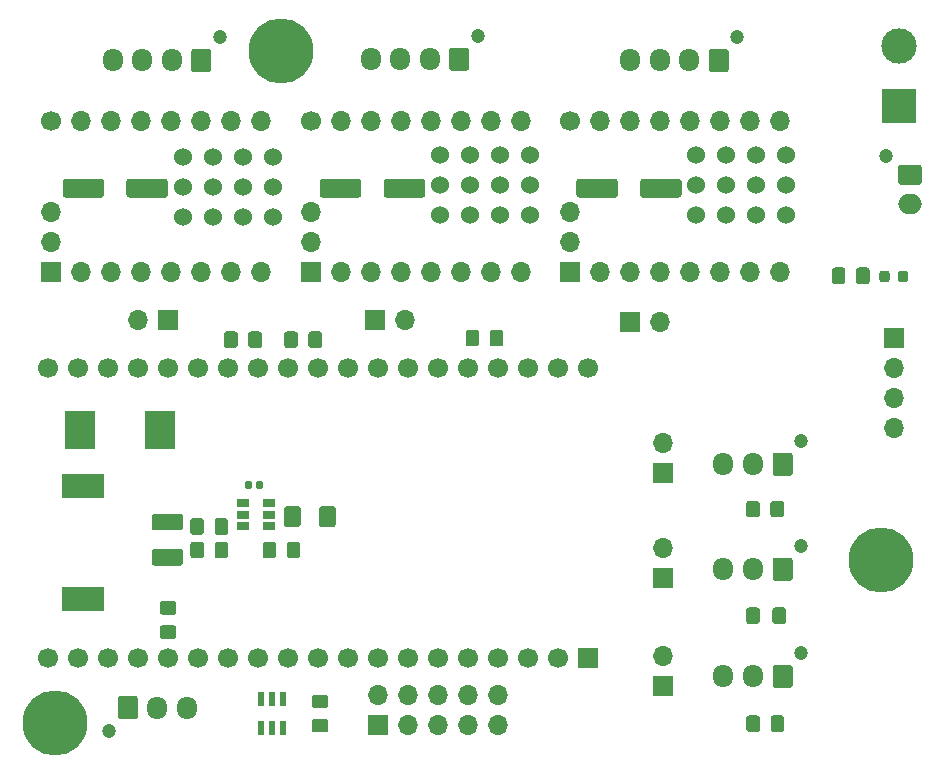
<source format=gbr>
G04 #@! TF.GenerationSoftware,KiCad,Pcbnew,5.1.5*
G04 #@! TF.CreationDate,2020-07-04T13:20:11+02:00*
G04 #@! TF.ProjectId,GECAUF,47454341-5546-42e6-9b69-6361645f7063,1.0*
G04 #@! TF.SameCoordinates,Original*
G04 #@! TF.FileFunction,Soldermask,Top*
G04 #@! TF.FilePolarity,Negative*
%FSLAX46Y46*%
G04 Gerber Fmt 4.6, Leading zero omitted, Abs format (unit mm)*
G04 Created by KiCad (PCBNEW 5.1.5) date 2020-07-04 13:20:11*
%MOMM*%
%LPD*%
G04 APERTURE LIST*
%ADD10C,5.500000*%
%ADD11C,0.100000*%
%ADD12C,1.700000*%
%ADD13R,1.700000X1.700000*%
%ADD14C,1.200000*%
%ADD15O,1.700000X1.950000*%
%ADD16R,2.500000X3.300000*%
%ADD17O,1.700000X1.700000*%
%ADD18R,3.000000X3.000000*%
%ADD19C,3.000000*%
%ADD20O,2.000000X1.700000*%
%ADD21R,3.600000X2.000000*%
%ADD22R,1.060000X0.650000*%
%ADD23R,0.580000X1.210000*%
%ADD24C,1.524000*%
G04 APERTURE END LIST*
D10*
X122300000Y-103200000D03*
X173100000Y-146300000D03*
X103200000Y-160100000D03*
D11*
G36*
X169901905Y-121526004D02*
G01*
X169926173Y-121529604D01*
X169949972Y-121535565D01*
X169973071Y-121543830D01*
X169995250Y-121554320D01*
X170016293Y-121566932D01*
X170035999Y-121581547D01*
X170054177Y-121598023D01*
X170070653Y-121616201D01*
X170085268Y-121635907D01*
X170097880Y-121656950D01*
X170108370Y-121679129D01*
X170116635Y-121702228D01*
X170122596Y-121726027D01*
X170126196Y-121750295D01*
X170127400Y-121774799D01*
X170127400Y-122674801D01*
X170126196Y-122699305D01*
X170122596Y-122723573D01*
X170116635Y-122747372D01*
X170108370Y-122770471D01*
X170097880Y-122792650D01*
X170085268Y-122813693D01*
X170070653Y-122833399D01*
X170054177Y-122851577D01*
X170035999Y-122868053D01*
X170016293Y-122882668D01*
X169995250Y-122895280D01*
X169973071Y-122905770D01*
X169949972Y-122914035D01*
X169926173Y-122919996D01*
X169901905Y-122923596D01*
X169877401Y-122924800D01*
X169227399Y-122924800D01*
X169202895Y-122923596D01*
X169178627Y-122919996D01*
X169154828Y-122914035D01*
X169131729Y-122905770D01*
X169109550Y-122895280D01*
X169088507Y-122882668D01*
X169068801Y-122868053D01*
X169050623Y-122851577D01*
X169034147Y-122833399D01*
X169019532Y-122813693D01*
X169006920Y-122792650D01*
X168996430Y-122770471D01*
X168988165Y-122747372D01*
X168982204Y-122723573D01*
X168978604Y-122699305D01*
X168977400Y-122674801D01*
X168977400Y-121774799D01*
X168978604Y-121750295D01*
X168982204Y-121726027D01*
X168988165Y-121702228D01*
X168996430Y-121679129D01*
X169006920Y-121656950D01*
X169019532Y-121635907D01*
X169034147Y-121616201D01*
X169050623Y-121598023D01*
X169068801Y-121581547D01*
X169088507Y-121566932D01*
X169109550Y-121554320D01*
X169131729Y-121543830D01*
X169154828Y-121535565D01*
X169178627Y-121529604D01*
X169202895Y-121526004D01*
X169227399Y-121524800D01*
X169877401Y-121524800D01*
X169901905Y-121526004D01*
G37*
G36*
X171951905Y-121526004D02*
G01*
X171976173Y-121529604D01*
X171999972Y-121535565D01*
X172023071Y-121543830D01*
X172045250Y-121554320D01*
X172066293Y-121566932D01*
X172085999Y-121581547D01*
X172104177Y-121598023D01*
X172120653Y-121616201D01*
X172135268Y-121635907D01*
X172147880Y-121656950D01*
X172158370Y-121679129D01*
X172166635Y-121702228D01*
X172172596Y-121726027D01*
X172176196Y-121750295D01*
X172177400Y-121774799D01*
X172177400Y-122674801D01*
X172176196Y-122699305D01*
X172172596Y-122723573D01*
X172166635Y-122747372D01*
X172158370Y-122770471D01*
X172147880Y-122792650D01*
X172135268Y-122813693D01*
X172120653Y-122833399D01*
X172104177Y-122851577D01*
X172085999Y-122868053D01*
X172066293Y-122882668D01*
X172045250Y-122895280D01*
X172023071Y-122905770D01*
X171999972Y-122914035D01*
X171976173Y-122919996D01*
X171951905Y-122923596D01*
X171927401Y-122924800D01*
X171277399Y-122924800D01*
X171252895Y-122923596D01*
X171228627Y-122919996D01*
X171204828Y-122914035D01*
X171181729Y-122905770D01*
X171159550Y-122895280D01*
X171138507Y-122882668D01*
X171118801Y-122868053D01*
X171100623Y-122851577D01*
X171084147Y-122833399D01*
X171069532Y-122813693D01*
X171056920Y-122792650D01*
X171046430Y-122770471D01*
X171038165Y-122747372D01*
X171032204Y-122723573D01*
X171028604Y-122699305D01*
X171027400Y-122674801D01*
X171027400Y-121774799D01*
X171028604Y-121750295D01*
X171032204Y-121726027D01*
X171038165Y-121702228D01*
X171046430Y-121679129D01*
X171056920Y-121656950D01*
X171069532Y-121635907D01*
X171084147Y-121616201D01*
X171100623Y-121598023D01*
X171118801Y-121581547D01*
X171138507Y-121566932D01*
X171159550Y-121554320D01*
X171181729Y-121543830D01*
X171204828Y-121535565D01*
X171228627Y-121529604D01*
X171252895Y-121526004D01*
X171277399Y-121524800D01*
X171927401Y-121524800D01*
X171951905Y-121526004D01*
G37*
D12*
X128016000Y-154548000D03*
X125476000Y-154548000D03*
X122936000Y-154548000D03*
X120396000Y-154548000D03*
X117856000Y-154548000D03*
X115316000Y-154548000D03*
X112776000Y-154548000D03*
X110236000Y-154548000D03*
X107696000Y-154548000D03*
X105156000Y-154548000D03*
X102616000Y-154548000D03*
X130556000Y-154548000D03*
X133096000Y-154548000D03*
X135636000Y-154548000D03*
X138176000Y-154548000D03*
X140716000Y-154548000D03*
X143256000Y-154548000D03*
X145796000Y-154548000D03*
D13*
X148336000Y-154548000D03*
D12*
X148336000Y-130048000D03*
X145796000Y-130048000D03*
X143256000Y-130048000D03*
X140716000Y-130048000D03*
X102616000Y-130048000D03*
X105156000Y-130048000D03*
X107696000Y-130048000D03*
X110236000Y-130048000D03*
X138176000Y-130048000D03*
X135636000Y-130048000D03*
X133096000Y-130048000D03*
X130556000Y-130048000D03*
X125476000Y-130048000D03*
X117856000Y-130048000D03*
X128016000Y-130048000D03*
X112776000Y-130048000D03*
X115316000Y-130048000D03*
X122936000Y-130048000D03*
X120396000Y-130048000D03*
D14*
X160985000Y-102000000D03*
D15*
X151885000Y-104000000D03*
X154385000Y-104000000D03*
X156885000Y-104000000D03*
D11*
G36*
X160009504Y-103026204D02*
G01*
X160033773Y-103029804D01*
X160057571Y-103035765D01*
X160080671Y-103044030D01*
X160102849Y-103054520D01*
X160123893Y-103067133D01*
X160143598Y-103081747D01*
X160161777Y-103098223D01*
X160178253Y-103116402D01*
X160192867Y-103136107D01*
X160205480Y-103157151D01*
X160215970Y-103179329D01*
X160224235Y-103202429D01*
X160230196Y-103226227D01*
X160233796Y-103250496D01*
X160235000Y-103275000D01*
X160235000Y-104725000D01*
X160233796Y-104749504D01*
X160230196Y-104773773D01*
X160224235Y-104797571D01*
X160215970Y-104820671D01*
X160205480Y-104842849D01*
X160192867Y-104863893D01*
X160178253Y-104883598D01*
X160161777Y-104901777D01*
X160143598Y-104918253D01*
X160123893Y-104932867D01*
X160102849Y-104945480D01*
X160080671Y-104955970D01*
X160057571Y-104964235D01*
X160033773Y-104970196D01*
X160009504Y-104973796D01*
X159985000Y-104975000D01*
X158785000Y-104975000D01*
X158760496Y-104973796D01*
X158736227Y-104970196D01*
X158712429Y-104964235D01*
X158689329Y-104955970D01*
X158667151Y-104945480D01*
X158646107Y-104932867D01*
X158626402Y-104918253D01*
X158608223Y-104901777D01*
X158591747Y-104883598D01*
X158577133Y-104863893D01*
X158564520Y-104842849D01*
X158554030Y-104820671D01*
X158545765Y-104797571D01*
X158539804Y-104773773D01*
X158536204Y-104749504D01*
X158535000Y-104725000D01*
X158535000Y-103275000D01*
X158536204Y-103250496D01*
X158539804Y-103226227D01*
X158545765Y-103202429D01*
X158554030Y-103179329D01*
X158564520Y-103157151D01*
X158577133Y-103136107D01*
X158591747Y-103116402D01*
X158608223Y-103098223D01*
X158626402Y-103081747D01*
X158646107Y-103067133D01*
X158667151Y-103054520D01*
X158689329Y-103044030D01*
X158712429Y-103035765D01*
X158736227Y-103029804D01*
X158760496Y-103026204D01*
X158785000Y-103025000D01*
X159985000Y-103025000D01*
X160009504Y-103026204D01*
G37*
G36*
X123777004Y-141747204D02*
G01*
X123801273Y-141750804D01*
X123825071Y-141756765D01*
X123848171Y-141765030D01*
X123870349Y-141775520D01*
X123891393Y-141788133D01*
X123911098Y-141802747D01*
X123929277Y-141819223D01*
X123945753Y-141837402D01*
X123960367Y-141857107D01*
X123972980Y-141878151D01*
X123983470Y-141900329D01*
X123991735Y-141923429D01*
X123997696Y-141947227D01*
X124001296Y-141971496D01*
X124002500Y-141996000D01*
X124002500Y-143246000D01*
X124001296Y-143270504D01*
X123997696Y-143294773D01*
X123991735Y-143318571D01*
X123983470Y-143341671D01*
X123972980Y-143363849D01*
X123960367Y-143384893D01*
X123945753Y-143404598D01*
X123929277Y-143422777D01*
X123911098Y-143439253D01*
X123891393Y-143453867D01*
X123870349Y-143466480D01*
X123848171Y-143476970D01*
X123825071Y-143485235D01*
X123801273Y-143491196D01*
X123777004Y-143494796D01*
X123752500Y-143496000D01*
X122827500Y-143496000D01*
X122802996Y-143494796D01*
X122778727Y-143491196D01*
X122754929Y-143485235D01*
X122731829Y-143476970D01*
X122709651Y-143466480D01*
X122688607Y-143453867D01*
X122668902Y-143439253D01*
X122650723Y-143422777D01*
X122634247Y-143404598D01*
X122619633Y-143384893D01*
X122607020Y-143363849D01*
X122596530Y-143341671D01*
X122588265Y-143318571D01*
X122582304Y-143294773D01*
X122578704Y-143270504D01*
X122577500Y-143246000D01*
X122577500Y-141996000D01*
X122578704Y-141971496D01*
X122582304Y-141947227D01*
X122588265Y-141923429D01*
X122596530Y-141900329D01*
X122607020Y-141878151D01*
X122619633Y-141857107D01*
X122634247Y-141837402D01*
X122650723Y-141819223D01*
X122668902Y-141802747D01*
X122688607Y-141788133D01*
X122709651Y-141775520D01*
X122731829Y-141765030D01*
X122754929Y-141756765D01*
X122778727Y-141750804D01*
X122802996Y-141747204D01*
X122827500Y-141746000D01*
X123752500Y-141746000D01*
X123777004Y-141747204D01*
G37*
G36*
X126752004Y-141747204D02*
G01*
X126776273Y-141750804D01*
X126800071Y-141756765D01*
X126823171Y-141765030D01*
X126845349Y-141775520D01*
X126866393Y-141788133D01*
X126886098Y-141802747D01*
X126904277Y-141819223D01*
X126920753Y-141837402D01*
X126935367Y-141857107D01*
X126947980Y-141878151D01*
X126958470Y-141900329D01*
X126966735Y-141923429D01*
X126972696Y-141947227D01*
X126976296Y-141971496D01*
X126977500Y-141996000D01*
X126977500Y-143246000D01*
X126976296Y-143270504D01*
X126972696Y-143294773D01*
X126966735Y-143318571D01*
X126958470Y-143341671D01*
X126947980Y-143363849D01*
X126935367Y-143384893D01*
X126920753Y-143404598D01*
X126904277Y-143422777D01*
X126886098Y-143439253D01*
X126866393Y-143453867D01*
X126845349Y-143466480D01*
X126823171Y-143476970D01*
X126800071Y-143485235D01*
X126776273Y-143491196D01*
X126752004Y-143494796D01*
X126727500Y-143496000D01*
X125802500Y-143496000D01*
X125777996Y-143494796D01*
X125753727Y-143491196D01*
X125729929Y-143485235D01*
X125706829Y-143476970D01*
X125684651Y-143466480D01*
X125663607Y-143453867D01*
X125643902Y-143439253D01*
X125625723Y-143422777D01*
X125609247Y-143404598D01*
X125594633Y-143384893D01*
X125582020Y-143363849D01*
X125571530Y-143341671D01*
X125563265Y-143318571D01*
X125557304Y-143294773D01*
X125553704Y-143270504D01*
X125552500Y-143246000D01*
X125552500Y-141996000D01*
X125553704Y-141971496D01*
X125557304Y-141947227D01*
X125563265Y-141923429D01*
X125571530Y-141900329D01*
X125582020Y-141878151D01*
X125594633Y-141857107D01*
X125609247Y-141837402D01*
X125625723Y-141819223D01*
X125643902Y-141802747D01*
X125663607Y-141788133D01*
X125684651Y-141775520D01*
X125706829Y-141765030D01*
X125729929Y-141756765D01*
X125753727Y-141750804D01*
X125777996Y-141747204D01*
X125802500Y-141746000D01*
X126727500Y-141746000D01*
X126752004Y-141747204D01*
G37*
G36*
X119727658Y-139619470D02*
G01*
X119741976Y-139621594D01*
X119756017Y-139625111D01*
X119769646Y-139629988D01*
X119782731Y-139636177D01*
X119795147Y-139643618D01*
X119806773Y-139652241D01*
X119817498Y-139661962D01*
X119827219Y-139672687D01*
X119835842Y-139684313D01*
X119843283Y-139696729D01*
X119849472Y-139709814D01*
X119854349Y-139723443D01*
X119857866Y-139737484D01*
X119859990Y-139751802D01*
X119860700Y-139766260D01*
X119860700Y-140111260D01*
X119859990Y-140125718D01*
X119857866Y-140140036D01*
X119854349Y-140154077D01*
X119849472Y-140167706D01*
X119843283Y-140180791D01*
X119835842Y-140193207D01*
X119827219Y-140204833D01*
X119817498Y-140215558D01*
X119806773Y-140225279D01*
X119795147Y-140233902D01*
X119782731Y-140241343D01*
X119769646Y-140247532D01*
X119756017Y-140252409D01*
X119741976Y-140255926D01*
X119727658Y-140258050D01*
X119713200Y-140258760D01*
X119418200Y-140258760D01*
X119403742Y-140258050D01*
X119389424Y-140255926D01*
X119375383Y-140252409D01*
X119361754Y-140247532D01*
X119348669Y-140241343D01*
X119336253Y-140233902D01*
X119324627Y-140225279D01*
X119313902Y-140215558D01*
X119304181Y-140204833D01*
X119295558Y-140193207D01*
X119288117Y-140180791D01*
X119281928Y-140167706D01*
X119277051Y-140154077D01*
X119273534Y-140140036D01*
X119271410Y-140125718D01*
X119270700Y-140111260D01*
X119270700Y-139766260D01*
X119271410Y-139751802D01*
X119273534Y-139737484D01*
X119277051Y-139723443D01*
X119281928Y-139709814D01*
X119288117Y-139696729D01*
X119295558Y-139684313D01*
X119304181Y-139672687D01*
X119313902Y-139661962D01*
X119324627Y-139652241D01*
X119336253Y-139643618D01*
X119348669Y-139636177D01*
X119361754Y-139629988D01*
X119375383Y-139625111D01*
X119389424Y-139621594D01*
X119403742Y-139619470D01*
X119418200Y-139618760D01*
X119713200Y-139618760D01*
X119727658Y-139619470D01*
G37*
G36*
X120697658Y-139619470D02*
G01*
X120711976Y-139621594D01*
X120726017Y-139625111D01*
X120739646Y-139629988D01*
X120752731Y-139636177D01*
X120765147Y-139643618D01*
X120776773Y-139652241D01*
X120787498Y-139661962D01*
X120797219Y-139672687D01*
X120805842Y-139684313D01*
X120813283Y-139696729D01*
X120819472Y-139709814D01*
X120824349Y-139723443D01*
X120827866Y-139737484D01*
X120829990Y-139751802D01*
X120830700Y-139766260D01*
X120830700Y-140111260D01*
X120829990Y-140125718D01*
X120827866Y-140140036D01*
X120824349Y-140154077D01*
X120819472Y-140167706D01*
X120813283Y-140180791D01*
X120805842Y-140193207D01*
X120797219Y-140204833D01*
X120787498Y-140215558D01*
X120776773Y-140225279D01*
X120765147Y-140233902D01*
X120752731Y-140241343D01*
X120739646Y-140247532D01*
X120726017Y-140252409D01*
X120711976Y-140255926D01*
X120697658Y-140258050D01*
X120683200Y-140258760D01*
X120388200Y-140258760D01*
X120373742Y-140258050D01*
X120359424Y-140255926D01*
X120345383Y-140252409D01*
X120331754Y-140247532D01*
X120318669Y-140241343D01*
X120306253Y-140233902D01*
X120294627Y-140225279D01*
X120283902Y-140215558D01*
X120274181Y-140204833D01*
X120265558Y-140193207D01*
X120258117Y-140180791D01*
X120251928Y-140167706D01*
X120247051Y-140154077D01*
X120243534Y-140140036D01*
X120241410Y-140125718D01*
X120240700Y-140111260D01*
X120240700Y-139766260D01*
X120241410Y-139751802D01*
X120243534Y-139737484D01*
X120247051Y-139723443D01*
X120251928Y-139709814D01*
X120258117Y-139696729D01*
X120265558Y-139684313D01*
X120274181Y-139672687D01*
X120283902Y-139661962D01*
X120294627Y-139652241D01*
X120306253Y-139643618D01*
X120318669Y-139636177D01*
X120331754Y-139629988D01*
X120345383Y-139625111D01*
X120359424Y-139621594D01*
X120373742Y-139619470D01*
X120388200Y-139618760D01*
X120683200Y-139618760D01*
X120697658Y-139619470D01*
G37*
G36*
X113812004Y-145338704D02*
G01*
X113836273Y-145342304D01*
X113860071Y-145348265D01*
X113883171Y-145356530D01*
X113905349Y-145367020D01*
X113926393Y-145379633D01*
X113946098Y-145394247D01*
X113964277Y-145410723D01*
X113980753Y-145428902D01*
X113995367Y-145448607D01*
X114007980Y-145469651D01*
X114018470Y-145491829D01*
X114026735Y-145514929D01*
X114032696Y-145538727D01*
X114036296Y-145562996D01*
X114037500Y-145587500D01*
X114037500Y-146512500D01*
X114036296Y-146537004D01*
X114032696Y-146561273D01*
X114026735Y-146585071D01*
X114018470Y-146608171D01*
X114007980Y-146630349D01*
X113995367Y-146651393D01*
X113980753Y-146671098D01*
X113964277Y-146689277D01*
X113946098Y-146705753D01*
X113926393Y-146720367D01*
X113905349Y-146732980D01*
X113883171Y-146743470D01*
X113860071Y-146751735D01*
X113836273Y-146757696D01*
X113812004Y-146761296D01*
X113787500Y-146762500D01*
X111637500Y-146762500D01*
X111612996Y-146761296D01*
X111588727Y-146757696D01*
X111564929Y-146751735D01*
X111541829Y-146743470D01*
X111519651Y-146732980D01*
X111498607Y-146720367D01*
X111478902Y-146705753D01*
X111460723Y-146689277D01*
X111444247Y-146671098D01*
X111429633Y-146651393D01*
X111417020Y-146630349D01*
X111406530Y-146608171D01*
X111398265Y-146585071D01*
X111392304Y-146561273D01*
X111388704Y-146537004D01*
X111387500Y-146512500D01*
X111387500Y-145587500D01*
X111388704Y-145562996D01*
X111392304Y-145538727D01*
X111398265Y-145514929D01*
X111406530Y-145491829D01*
X111417020Y-145469651D01*
X111429633Y-145448607D01*
X111444247Y-145428902D01*
X111460723Y-145410723D01*
X111478902Y-145394247D01*
X111498607Y-145379633D01*
X111519651Y-145367020D01*
X111541829Y-145356530D01*
X111564929Y-145348265D01*
X111588727Y-145342304D01*
X111612996Y-145338704D01*
X111637500Y-145337500D01*
X113787500Y-145337500D01*
X113812004Y-145338704D01*
G37*
G36*
X113812004Y-142363704D02*
G01*
X113836273Y-142367304D01*
X113860071Y-142373265D01*
X113883171Y-142381530D01*
X113905349Y-142392020D01*
X113926393Y-142404633D01*
X113946098Y-142419247D01*
X113964277Y-142435723D01*
X113980753Y-142453902D01*
X113995367Y-142473607D01*
X114007980Y-142494651D01*
X114018470Y-142516829D01*
X114026735Y-142539929D01*
X114032696Y-142563727D01*
X114036296Y-142587996D01*
X114037500Y-142612500D01*
X114037500Y-143537500D01*
X114036296Y-143562004D01*
X114032696Y-143586273D01*
X114026735Y-143610071D01*
X114018470Y-143633171D01*
X114007980Y-143655349D01*
X113995367Y-143676393D01*
X113980753Y-143696098D01*
X113964277Y-143714277D01*
X113946098Y-143730753D01*
X113926393Y-143745367D01*
X113905349Y-143757980D01*
X113883171Y-143768470D01*
X113860071Y-143776735D01*
X113836273Y-143782696D01*
X113812004Y-143786296D01*
X113787500Y-143787500D01*
X111637500Y-143787500D01*
X111612996Y-143786296D01*
X111588727Y-143782696D01*
X111564929Y-143776735D01*
X111541829Y-143768470D01*
X111519651Y-143757980D01*
X111498607Y-143745367D01*
X111478902Y-143730753D01*
X111460723Y-143714277D01*
X111444247Y-143696098D01*
X111429633Y-143676393D01*
X111417020Y-143655349D01*
X111406530Y-143633171D01*
X111398265Y-143610071D01*
X111392304Y-143586273D01*
X111388704Y-143562004D01*
X111387500Y-143537500D01*
X111387500Y-142612500D01*
X111388704Y-142587996D01*
X111392304Y-142563727D01*
X111398265Y-142539929D01*
X111406530Y-142516829D01*
X111417020Y-142494651D01*
X111429633Y-142473607D01*
X111444247Y-142453902D01*
X111460723Y-142435723D01*
X111478902Y-142419247D01*
X111498607Y-142404633D01*
X111519651Y-142392020D01*
X111541829Y-142381530D01*
X111564929Y-142373265D01*
X111588727Y-142367304D01*
X111612996Y-142363704D01*
X111637500Y-142362500D01*
X113787500Y-142362500D01*
X113812004Y-142363704D01*
G37*
G36*
X150622504Y-114009204D02*
G01*
X150646773Y-114012804D01*
X150670571Y-114018765D01*
X150693671Y-114027030D01*
X150715849Y-114037520D01*
X150736893Y-114050133D01*
X150756598Y-114064747D01*
X150774777Y-114081223D01*
X150791253Y-114099402D01*
X150805867Y-114119107D01*
X150818480Y-114140151D01*
X150828970Y-114162329D01*
X150837235Y-114185429D01*
X150843196Y-114209227D01*
X150846796Y-114233496D01*
X150848000Y-114258000D01*
X150848000Y-115358000D01*
X150846796Y-115382504D01*
X150843196Y-115406773D01*
X150837235Y-115430571D01*
X150828970Y-115453671D01*
X150818480Y-115475849D01*
X150805867Y-115496893D01*
X150791253Y-115516598D01*
X150774777Y-115534777D01*
X150756598Y-115551253D01*
X150736893Y-115565867D01*
X150715849Y-115578480D01*
X150693671Y-115588970D01*
X150670571Y-115597235D01*
X150646773Y-115603196D01*
X150622504Y-115606796D01*
X150598000Y-115608000D01*
X147598000Y-115608000D01*
X147573496Y-115606796D01*
X147549227Y-115603196D01*
X147525429Y-115597235D01*
X147502329Y-115588970D01*
X147480151Y-115578480D01*
X147459107Y-115565867D01*
X147439402Y-115551253D01*
X147421223Y-115534777D01*
X147404747Y-115516598D01*
X147390133Y-115496893D01*
X147377520Y-115475849D01*
X147367030Y-115453671D01*
X147358765Y-115430571D01*
X147352804Y-115406773D01*
X147349204Y-115382504D01*
X147348000Y-115358000D01*
X147348000Y-114258000D01*
X147349204Y-114233496D01*
X147352804Y-114209227D01*
X147358765Y-114185429D01*
X147367030Y-114162329D01*
X147377520Y-114140151D01*
X147390133Y-114119107D01*
X147404747Y-114099402D01*
X147421223Y-114081223D01*
X147439402Y-114064747D01*
X147459107Y-114050133D01*
X147480151Y-114037520D01*
X147502329Y-114027030D01*
X147525429Y-114018765D01*
X147549227Y-114012804D01*
X147573496Y-114009204D01*
X147598000Y-114008000D01*
X150598000Y-114008000D01*
X150622504Y-114009204D01*
G37*
G36*
X156022504Y-114009204D02*
G01*
X156046773Y-114012804D01*
X156070571Y-114018765D01*
X156093671Y-114027030D01*
X156115849Y-114037520D01*
X156136893Y-114050133D01*
X156156598Y-114064747D01*
X156174777Y-114081223D01*
X156191253Y-114099402D01*
X156205867Y-114119107D01*
X156218480Y-114140151D01*
X156228970Y-114162329D01*
X156237235Y-114185429D01*
X156243196Y-114209227D01*
X156246796Y-114233496D01*
X156248000Y-114258000D01*
X156248000Y-115358000D01*
X156246796Y-115382504D01*
X156243196Y-115406773D01*
X156237235Y-115430571D01*
X156228970Y-115453671D01*
X156218480Y-115475849D01*
X156205867Y-115496893D01*
X156191253Y-115516598D01*
X156174777Y-115534777D01*
X156156598Y-115551253D01*
X156136893Y-115565867D01*
X156115849Y-115578480D01*
X156093671Y-115588970D01*
X156070571Y-115597235D01*
X156046773Y-115603196D01*
X156022504Y-115606796D01*
X155998000Y-115608000D01*
X152998000Y-115608000D01*
X152973496Y-115606796D01*
X152949227Y-115603196D01*
X152925429Y-115597235D01*
X152902329Y-115588970D01*
X152880151Y-115578480D01*
X152859107Y-115565867D01*
X152839402Y-115551253D01*
X152821223Y-115534777D01*
X152804747Y-115516598D01*
X152790133Y-115496893D01*
X152777520Y-115475849D01*
X152767030Y-115453671D01*
X152758765Y-115430571D01*
X152752804Y-115406773D01*
X152749204Y-115382504D01*
X152748000Y-115358000D01*
X152748000Y-114258000D01*
X152749204Y-114233496D01*
X152752804Y-114209227D01*
X152758765Y-114185429D01*
X152767030Y-114162329D01*
X152777520Y-114140151D01*
X152790133Y-114119107D01*
X152804747Y-114099402D01*
X152821223Y-114081223D01*
X152839402Y-114064747D01*
X152859107Y-114050133D01*
X152880151Y-114037520D01*
X152902329Y-114027030D01*
X152925429Y-114018765D01*
X152949227Y-114012804D01*
X152973496Y-114009204D01*
X152998000Y-114008000D01*
X155998000Y-114008000D01*
X156022504Y-114009204D01*
G37*
G36*
X134305504Y-114009204D02*
G01*
X134329773Y-114012804D01*
X134353571Y-114018765D01*
X134376671Y-114027030D01*
X134398849Y-114037520D01*
X134419893Y-114050133D01*
X134439598Y-114064747D01*
X134457777Y-114081223D01*
X134474253Y-114099402D01*
X134488867Y-114119107D01*
X134501480Y-114140151D01*
X134511970Y-114162329D01*
X134520235Y-114185429D01*
X134526196Y-114209227D01*
X134529796Y-114233496D01*
X134531000Y-114258000D01*
X134531000Y-115358000D01*
X134529796Y-115382504D01*
X134526196Y-115406773D01*
X134520235Y-115430571D01*
X134511970Y-115453671D01*
X134501480Y-115475849D01*
X134488867Y-115496893D01*
X134474253Y-115516598D01*
X134457777Y-115534777D01*
X134439598Y-115551253D01*
X134419893Y-115565867D01*
X134398849Y-115578480D01*
X134376671Y-115588970D01*
X134353571Y-115597235D01*
X134329773Y-115603196D01*
X134305504Y-115606796D01*
X134281000Y-115608000D01*
X131281000Y-115608000D01*
X131256496Y-115606796D01*
X131232227Y-115603196D01*
X131208429Y-115597235D01*
X131185329Y-115588970D01*
X131163151Y-115578480D01*
X131142107Y-115565867D01*
X131122402Y-115551253D01*
X131104223Y-115534777D01*
X131087747Y-115516598D01*
X131073133Y-115496893D01*
X131060520Y-115475849D01*
X131050030Y-115453671D01*
X131041765Y-115430571D01*
X131035804Y-115406773D01*
X131032204Y-115382504D01*
X131031000Y-115358000D01*
X131031000Y-114258000D01*
X131032204Y-114233496D01*
X131035804Y-114209227D01*
X131041765Y-114185429D01*
X131050030Y-114162329D01*
X131060520Y-114140151D01*
X131073133Y-114119107D01*
X131087747Y-114099402D01*
X131104223Y-114081223D01*
X131122402Y-114064747D01*
X131142107Y-114050133D01*
X131163151Y-114037520D01*
X131185329Y-114027030D01*
X131208429Y-114018765D01*
X131232227Y-114012804D01*
X131256496Y-114009204D01*
X131281000Y-114008000D01*
X134281000Y-114008000D01*
X134305504Y-114009204D01*
G37*
G36*
X128905504Y-114009204D02*
G01*
X128929773Y-114012804D01*
X128953571Y-114018765D01*
X128976671Y-114027030D01*
X128998849Y-114037520D01*
X129019893Y-114050133D01*
X129039598Y-114064747D01*
X129057777Y-114081223D01*
X129074253Y-114099402D01*
X129088867Y-114119107D01*
X129101480Y-114140151D01*
X129111970Y-114162329D01*
X129120235Y-114185429D01*
X129126196Y-114209227D01*
X129129796Y-114233496D01*
X129131000Y-114258000D01*
X129131000Y-115358000D01*
X129129796Y-115382504D01*
X129126196Y-115406773D01*
X129120235Y-115430571D01*
X129111970Y-115453671D01*
X129101480Y-115475849D01*
X129088867Y-115496893D01*
X129074253Y-115516598D01*
X129057777Y-115534777D01*
X129039598Y-115551253D01*
X129019893Y-115565867D01*
X128998849Y-115578480D01*
X128976671Y-115588970D01*
X128953571Y-115597235D01*
X128929773Y-115603196D01*
X128905504Y-115606796D01*
X128881000Y-115608000D01*
X125881000Y-115608000D01*
X125856496Y-115606796D01*
X125832227Y-115603196D01*
X125808429Y-115597235D01*
X125785329Y-115588970D01*
X125763151Y-115578480D01*
X125742107Y-115565867D01*
X125722402Y-115551253D01*
X125704223Y-115534777D01*
X125687747Y-115516598D01*
X125673133Y-115496893D01*
X125660520Y-115475849D01*
X125650030Y-115453671D01*
X125641765Y-115430571D01*
X125635804Y-115406773D01*
X125632204Y-115382504D01*
X125631000Y-115358000D01*
X125631000Y-114258000D01*
X125632204Y-114233496D01*
X125635804Y-114209227D01*
X125641765Y-114185429D01*
X125650030Y-114162329D01*
X125660520Y-114140151D01*
X125673133Y-114119107D01*
X125687747Y-114099402D01*
X125704223Y-114081223D01*
X125722402Y-114064747D01*
X125742107Y-114050133D01*
X125763151Y-114037520D01*
X125785329Y-114027030D01*
X125808429Y-114018765D01*
X125832227Y-114012804D01*
X125856496Y-114009204D01*
X125881000Y-114008000D01*
X128881000Y-114008000D01*
X128905504Y-114009204D01*
G37*
G36*
X107122504Y-114009204D02*
G01*
X107146773Y-114012804D01*
X107170571Y-114018765D01*
X107193671Y-114027030D01*
X107215849Y-114037520D01*
X107236893Y-114050133D01*
X107256598Y-114064747D01*
X107274777Y-114081223D01*
X107291253Y-114099402D01*
X107305867Y-114119107D01*
X107318480Y-114140151D01*
X107328970Y-114162329D01*
X107337235Y-114185429D01*
X107343196Y-114209227D01*
X107346796Y-114233496D01*
X107348000Y-114258000D01*
X107348000Y-115358000D01*
X107346796Y-115382504D01*
X107343196Y-115406773D01*
X107337235Y-115430571D01*
X107328970Y-115453671D01*
X107318480Y-115475849D01*
X107305867Y-115496893D01*
X107291253Y-115516598D01*
X107274777Y-115534777D01*
X107256598Y-115551253D01*
X107236893Y-115565867D01*
X107215849Y-115578480D01*
X107193671Y-115588970D01*
X107170571Y-115597235D01*
X107146773Y-115603196D01*
X107122504Y-115606796D01*
X107098000Y-115608000D01*
X104098000Y-115608000D01*
X104073496Y-115606796D01*
X104049227Y-115603196D01*
X104025429Y-115597235D01*
X104002329Y-115588970D01*
X103980151Y-115578480D01*
X103959107Y-115565867D01*
X103939402Y-115551253D01*
X103921223Y-115534777D01*
X103904747Y-115516598D01*
X103890133Y-115496893D01*
X103877520Y-115475849D01*
X103867030Y-115453671D01*
X103858765Y-115430571D01*
X103852804Y-115406773D01*
X103849204Y-115382504D01*
X103848000Y-115358000D01*
X103848000Y-114258000D01*
X103849204Y-114233496D01*
X103852804Y-114209227D01*
X103858765Y-114185429D01*
X103867030Y-114162329D01*
X103877520Y-114140151D01*
X103890133Y-114119107D01*
X103904747Y-114099402D01*
X103921223Y-114081223D01*
X103939402Y-114064747D01*
X103959107Y-114050133D01*
X103980151Y-114037520D01*
X104002329Y-114027030D01*
X104025429Y-114018765D01*
X104049227Y-114012804D01*
X104073496Y-114009204D01*
X104098000Y-114008000D01*
X107098000Y-114008000D01*
X107122504Y-114009204D01*
G37*
G36*
X112522504Y-114009204D02*
G01*
X112546773Y-114012804D01*
X112570571Y-114018765D01*
X112593671Y-114027030D01*
X112615849Y-114037520D01*
X112636893Y-114050133D01*
X112656598Y-114064747D01*
X112674777Y-114081223D01*
X112691253Y-114099402D01*
X112705867Y-114119107D01*
X112718480Y-114140151D01*
X112728970Y-114162329D01*
X112737235Y-114185429D01*
X112743196Y-114209227D01*
X112746796Y-114233496D01*
X112748000Y-114258000D01*
X112748000Y-115358000D01*
X112746796Y-115382504D01*
X112743196Y-115406773D01*
X112737235Y-115430571D01*
X112728970Y-115453671D01*
X112718480Y-115475849D01*
X112705867Y-115496893D01*
X112691253Y-115516598D01*
X112674777Y-115534777D01*
X112656598Y-115551253D01*
X112636893Y-115565867D01*
X112615849Y-115578480D01*
X112593671Y-115588970D01*
X112570571Y-115597235D01*
X112546773Y-115603196D01*
X112522504Y-115606796D01*
X112498000Y-115608000D01*
X109498000Y-115608000D01*
X109473496Y-115606796D01*
X109449227Y-115603196D01*
X109425429Y-115597235D01*
X109402329Y-115588970D01*
X109380151Y-115578480D01*
X109359107Y-115565867D01*
X109339402Y-115551253D01*
X109321223Y-115534777D01*
X109304747Y-115516598D01*
X109290133Y-115496893D01*
X109277520Y-115475849D01*
X109267030Y-115453671D01*
X109258765Y-115430571D01*
X109252804Y-115406773D01*
X109249204Y-115382504D01*
X109248000Y-115358000D01*
X109248000Y-114258000D01*
X109249204Y-114233496D01*
X109252804Y-114209227D01*
X109258765Y-114185429D01*
X109267030Y-114162329D01*
X109277520Y-114140151D01*
X109290133Y-114119107D01*
X109304747Y-114099402D01*
X109321223Y-114081223D01*
X109339402Y-114064747D01*
X109359107Y-114050133D01*
X109380151Y-114037520D01*
X109402329Y-114027030D01*
X109425429Y-114018765D01*
X109449227Y-114012804D01*
X109473496Y-114009204D01*
X109498000Y-114008000D01*
X112498000Y-114008000D01*
X112522504Y-114009204D01*
G37*
D16*
X105312000Y-135255000D03*
X112112000Y-135255000D03*
D11*
G36*
X175246391Y-121801653D02*
G01*
X175267626Y-121804803D01*
X175288450Y-121810019D01*
X175308662Y-121817251D01*
X175328068Y-121826430D01*
X175346481Y-121837466D01*
X175363724Y-121850254D01*
X175379630Y-121864670D01*
X175394046Y-121880576D01*
X175406834Y-121897819D01*
X175417870Y-121916232D01*
X175427049Y-121935638D01*
X175434281Y-121955850D01*
X175439497Y-121976674D01*
X175442647Y-121997909D01*
X175443700Y-122019350D01*
X175443700Y-122531850D01*
X175442647Y-122553291D01*
X175439497Y-122574526D01*
X175434281Y-122595350D01*
X175427049Y-122615562D01*
X175417870Y-122634968D01*
X175406834Y-122653381D01*
X175394046Y-122670624D01*
X175379630Y-122686530D01*
X175363724Y-122700946D01*
X175346481Y-122713734D01*
X175328068Y-122724770D01*
X175308662Y-122733949D01*
X175288450Y-122741181D01*
X175267626Y-122746397D01*
X175246391Y-122749547D01*
X175224950Y-122750600D01*
X174787450Y-122750600D01*
X174766009Y-122749547D01*
X174744774Y-122746397D01*
X174723950Y-122741181D01*
X174703738Y-122733949D01*
X174684332Y-122724770D01*
X174665919Y-122713734D01*
X174648676Y-122700946D01*
X174632770Y-122686530D01*
X174618354Y-122670624D01*
X174605566Y-122653381D01*
X174594530Y-122634968D01*
X174585351Y-122615562D01*
X174578119Y-122595350D01*
X174572903Y-122574526D01*
X174569753Y-122553291D01*
X174568700Y-122531850D01*
X174568700Y-122019350D01*
X174569753Y-121997909D01*
X174572903Y-121976674D01*
X174578119Y-121955850D01*
X174585351Y-121935638D01*
X174594530Y-121916232D01*
X174605566Y-121897819D01*
X174618354Y-121880576D01*
X174632770Y-121864670D01*
X174648676Y-121850254D01*
X174665919Y-121837466D01*
X174684332Y-121826430D01*
X174703738Y-121817251D01*
X174723950Y-121810019D01*
X174744774Y-121804803D01*
X174766009Y-121801653D01*
X174787450Y-121800600D01*
X175224950Y-121800600D01*
X175246391Y-121801653D01*
G37*
G36*
X173671391Y-121801653D02*
G01*
X173692626Y-121804803D01*
X173713450Y-121810019D01*
X173733662Y-121817251D01*
X173753068Y-121826430D01*
X173771481Y-121837466D01*
X173788724Y-121850254D01*
X173804630Y-121864670D01*
X173819046Y-121880576D01*
X173831834Y-121897819D01*
X173842870Y-121916232D01*
X173852049Y-121935638D01*
X173859281Y-121955850D01*
X173864497Y-121976674D01*
X173867647Y-121997909D01*
X173868700Y-122019350D01*
X173868700Y-122531850D01*
X173867647Y-122553291D01*
X173864497Y-122574526D01*
X173859281Y-122595350D01*
X173852049Y-122615562D01*
X173842870Y-122634968D01*
X173831834Y-122653381D01*
X173819046Y-122670624D01*
X173804630Y-122686530D01*
X173788724Y-122700946D01*
X173771481Y-122713734D01*
X173753068Y-122724770D01*
X173733662Y-122733949D01*
X173713450Y-122741181D01*
X173692626Y-122746397D01*
X173671391Y-122749547D01*
X173649950Y-122750600D01*
X173212450Y-122750600D01*
X173191009Y-122749547D01*
X173169774Y-122746397D01*
X173148950Y-122741181D01*
X173128738Y-122733949D01*
X173109332Y-122724770D01*
X173090919Y-122713734D01*
X173073676Y-122700946D01*
X173057770Y-122686530D01*
X173043354Y-122670624D01*
X173030566Y-122653381D01*
X173019530Y-122634968D01*
X173010351Y-122615562D01*
X173003119Y-122595350D01*
X172997903Y-122574526D01*
X172994753Y-122553291D01*
X172993700Y-122531850D01*
X172993700Y-122019350D01*
X172994753Y-121997909D01*
X172997903Y-121976674D01*
X173003119Y-121955850D01*
X173010351Y-121935638D01*
X173019530Y-121916232D01*
X173030566Y-121897819D01*
X173043354Y-121880576D01*
X173057770Y-121864670D01*
X173073676Y-121850254D01*
X173090919Y-121837466D01*
X173109332Y-121826430D01*
X173128738Y-121817251D01*
X173148950Y-121810019D01*
X173169774Y-121804803D01*
X173191009Y-121801653D01*
X173212450Y-121800600D01*
X173649950Y-121800600D01*
X173671391Y-121801653D01*
G37*
D17*
X174244000Y-135128000D03*
X174244000Y-132588000D03*
X174244000Y-130048000D03*
D13*
X174244000Y-127508000D03*
D11*
G36*
X110001984Y-157806684D02*
G01*
X110026253Y-157810284D01*
X110050051Y-157816245D01*
X110073151Y-157824510D01*
X110095329Y-157835000D01*
X110116373Y-157847613D01*
X110136078Y-157862227D01*
X110154257Y-157878703D01*
X110170733Y-157896882D01*
X110185347Y-157916587D01*
X110197960Y-157937631D01*
X110208450Y-157959809D01*
X110216715Y-157982909D01*
X110222676Y-158006707D01*
X110226276Y-158030976D01*
X110227480Y-158055480D01*
X110227480Y-159505480D01*
X110226276Y-159529984D01*
X110222676Y-159554253D01*
X110216715Y-159578051D01*
X110208450Y-159601151D01*
X110197960Y-159623329D01*
X110185347Y-159644373D01*
X110170733Y-159664078D01*
X110154257Y-159682257D01*
X110136078Y-159698733D01*
X110116373Y-159713347D01*
X110095329Y-159725960D01*
X110073151Y-159736450D01*
X110050051Y-159744715D01*
X110026253Y-159750676D01*
X110001984Y-159754276D01*
X109977480Y-159755480D01*
X108777480Y-159755480D01*
X108752976Y-159754276D01*
X108728707Y-159750676D01*
X108704909Y-159744715D01*
X108681809Y-159736450D01*
X108659631Y-159725960D01*
X108638587Y-159713347D01*
X108618882Y-159698733D01*
X108600703Y-159682257D01*
X108584227Y-159664078D01*
X108569613Y-159644373D01*
X108557000Y-159623329D01*
X108546510Y-159601151D01*
X108538245Y-159578051D01*
X108532284Y-159554253D01*
X108528684Y-159529984D01*
X108527480Y-159505480D01*
X108527480Y-158055480D01*
X108528684Y-158030976D01*
X108532284Y-158006707D01*
X108538245Y-157982909D01*
X108546510Y-157959809D01*
X108557000Y-157937631D01*
X108569613Y-157916587D01*
X108584227Y-157896882D01*
X108600703Y-157878703D01*
X108618882Y-157862227D01*
X108638587Y-157847613D01*
X108659631Y-157835000D01*
X108681809Y-157824510D01*
X108704909Y-157816245D01*
X108728707Y-157810284D01*
X108752976Y-157806684D01*
X108777480Y-157805480D01*
X109977480Y-157805480D01*
X110001984Y-157806684D01*
G37*
D15*
X111877480Y-158780480D03*
X114377480Y-158780480D03*
D14*
X107777480Y-160780480D03*
D18*
X174625000Y-107823000D03*
D19*
X174625000Y-102743000D03*
D14*
X173577500Y-112065000D03*
D20*
X175577500Y-116165000D03*
D11*
G36*
X176352004Y-112816204D02*
G01*
X176376273Y-112819804D01*
X176400071Y-112825765D01*
X176423171Y-112834030D01*
X176445349Y-112844520D01*
X176466393Y-112857133D01*
X176486098Y-112871747D01*
X176504277Y-112888223D01*
X176520753Y-112906402D01*
X176535367Y-112926107D01*
X176547980Y-112947151D01*
X176558470Y-112969329D01*
X176566735Y-112992429D01*
X176572696Y-113016227D01*
X176576296Y-113040496D01*
X176577500Y-113065000D01*
X176577500Y-114265000D01*
X176576296Y-114289504D01*
X176572696Y-114313773D01*
X176566735Y-114337571D01*
X176558470Y-114360671D01*
X176547980Y-114382849D01*
X176535367Y-114403893D01*
X176520753Y-114423598D01*
X176504277Y-114441777D01*
X176486098Y-114458253D01*
X176466393Y-114472867D01*
X176445349Y-114485480D01*
X176423171Y-114495970D01*
X176400071Y-114504235D01*
X176376273Y-114510196D01*
X176352004Y-114513796D01*
X176327500Y-114515000D01*
X174827500Y-114515000D01*
X174802996Y-114513796D01*
X174778727Y-114510196D01*
X174754929Y-114504235D01*
X174731829Y-114495970D01*
X174709651Y-114485480D01*
X174688607Y-114472867D01*
X174668902Y-114458253D01*
X174650723Y-114441777D01*
X174634247Y-114423598D01*
X174619633Y-114403893D01*
X174607020Y-114382849D01*
X174596530Y-114360671D01*
X174588265Y-114337571D01*
X174582304Y-114313773D01*
X174578704Y-114289504D01*
X174577500Y-114265000D01*
X174577500Y-113065000D01*
X174578704Y-113040496D01*
X174582304Y-113016227D01*
X174588265Y-112992429D01*
X174596530Y-112969329D01*
X174607020Y-112947151D01*
X174619633Y-112926107D01*
X174634247Y-112906402D01*
X174650723Y-112888223D01*
X174668902Y-112871747D01*
X174688607Y-112857133D01*
X174709651Y-112844520D01*
X174731829Y-112834030D01*
X174754929Y-112825765D01*
X174778727Y-112819804D01*
X174802996Y-112816204D01*
X174827500Y-112815000D01*
X176327500Y-112815000D01*
X176352004Y-112816204D01*
G37*
G36*
X116194504Y-103026204D02*
G01*
X116218773Y-103029804D01*
X116242571Y-103035765D01*
X116265671Y-103044030D01*
X116287849Y-103054520D01*
X116308893Y-103067133D01*
X116328598Y-103081747D01*
X116346777Y-103098223D01*
X116363253Y-103116402D01*
X116377867Y-103136107D01*
X116390480Y-103157151D01*
X116400970Y-103179329D01*
X116409235Y-103202429D01*
X116415196Y-103226227D01*
X116418796Y-103250496D01*
X116420000Y-103275000D01*
X116420000Y-104725000D01*
X116418796Y-104749504D01*
X116415196Y-104773773D01*
X116409235Y-104797571D01*
X116400970Y-104820671D01*
X116390480Y-104842849D01*
X116377867Y-104863893D01*
X116363253Y-104883598D01*
X116346777Y-104901777D01*
X116328598Y-104918253D01*
X116308893Y-104932867D01*
X116287849Y-104945480D01*
X116265671Y-104955970D01*
X116242571Y-104964235D01*
X116218773Y-104970196D01*
X116194504Y-104973796D01*
X116170000Y-104975000D01*
X114970000Y-104975000D01*
X114945496Y-104973796D01*
X114921227Y-104970196D01*
X114897429Y-104964235D01*
X114874329Y-104955970D01*
X114852151Y-104945480D01*
X114831107Y-104932867D01*
X114811402Y-104918253D01*
X114793223Y-104901777D01*
X114776747Y-104883598D01*
X114762133Y-104863893D01*
X114749520Y-104842849D01*
X114739030Y-104820671D01*
X114730765Y-104797571D01*
X114724804Y-104773773D01*
X114721204Y-104749504D01*
X114720000Y-104725000D01*
X114720000Y-103275000D01*
X114721204Y-103250496D01*
X114724804Y-103226227D01*
X114730765Y-103202429D01*
X114739030Y-103179329D01*
X114749520Y-103157151D01*
X114762133Y-103136107D01*
X114776747Y-103116402D01*
X114793223Y-103098223D01*
X114811402Y-103081747D01*
X114831107Y-103067133D01*
X114852151Y-103054520D01*
X114874329Y-103044030D01*
X114897429Y-103035765D01*
X114921227Y-103029804D01*
X114945496Y-103026204D01*
X114970000Y-103025000D01*
X116170000Y-103025000D01*
X116194504Y-103026204D01*
G37*
D15*
X113070000Y-104000000D03*
X110570000Y-104000000D03*
X108070000Y-104000000D03*
D14*
X117170000Y-102000000D03*
X139014000Y-101886000D03*
D15*
X129914000Y-103886000D03*
X132414000Y-103886000D03*
X134914000Y-103886000D03*
D11*
G36*
X138038504Y-102912204D02*
G01*
X138062773Y-102915804D01*
X138086571Y-102921765D01*
X138109671Y-102930030D01*
X138131849Y-102940520D01*
X138152893Y-102953133D01*
X138172598Y-102967747D01*
X138190777Y-102984223D01*
X138207253Y-103002402D01*
X138221867Y-103022107D01*
X138234480Y-103043151D01*
X138244970Y-103065329D01*
X138253235Y-103088429D01*
X138259196Y-103112227D01*
X138262796Y-103136496D01*
X138264000Y-103161000D01*
X138264000Y-104611000D01*
X138262796Y-104635504D01*
X138259196Y-104659773D01*
X138253235Y-104683571D01*
X138244970Y-104706671D01*
X138234480Y-104728849D01*
X138221867Y-104749893D01*
X138207253Y-104769598D01*
X138190777Y-104787777D01*
X138172598Y-104804253D01*
X138152893Y-104818867D01*
X138131849Y-104831480D01*
X138109671Y-104841970D01*
X138086571Y-104850235D01*
X138062773Y-104856196D01*
X138038504Y-104859796D01*
X138014000Y-104861000D01*
X136814000Y-104861000D01*
X136789496Y-104859796D01*
X136765227Y-104856196D01*
X136741429Y-104850235D01*
X136718329Y-104841970D01*
X136696151Y-104831480D01*
X136675107Y-104818867D01*
X136655402Y-104804253D01*
X136637223Y-104787777D01*
X136620747Y-104769598D01*
X136606133Y-104749893D01*
X136593520Y-104728849D01*
X136583030Y-104706671D01*
X136574765Y-104683571D01*
X136568804Y-104659773D01*
X136565204Y-104635504D01*
X136564000Y-104611000D01*
X136564000Y-103161000D01*
X136565204Y-103136496D01*
X136568804Y-103112227D01*
X136574765Y-103088429D01*
X136583030Y-103065329D01*
X136593520Y-103043151D01*
X136606133Y-103022107D01*
X136620747Y-103002402D01*
X136637223Y-102984223D01*
X136655402Y-102967747D01*
X136675107Y-102953133D01*
X136696151Y-102940520D01*
X136718329Y-102930030D01*
X136741429Y-102921765D01*
X136765227Y-102915804D01*
X136789496Y-102912204D01*
X136814000Y-102911000D01*
X138014000Y-102911000D01*
X138038504Y-102912204D01*
G37*
D14*
X166400000Y-154146500D03*
D15*
X159800000Y-156146500D03*
X162300000Y-156146500D03*
D11*
G36*
X165424504Y-155172704D02*
G01*
X165448773Y-155176304D01*
X165472571Y-155182265D01*
X165495671Y-155190530D01*
X165517849Y-155201020D01*
X165538893Y-155213633D01*
X165558598Y-155228247D01*
X165576777Y-155244723D01*
X165593253Y-155262902D01*
X165607867Y-155282607D01*
X165620480Y-155303651D01*
X165630970Y-155325829D01*
X165639235Y-155348929D01*
X165645196Y-155372727D01*
X165648796Y-155396996D01*
X165650000Y-155421500D01*
X165650000Y-156871500D01*
X165648796Y-156896004D01*
X165645196Y-156920273D01*
X165639235Y-156944071D01*
X165630970Y-156967171D01*
X165620480Y-156989349D01*
X165607867Y-157010393D01*
X165593253Y-157030098D01*
X165576777Y-157048277D01*
X165558598Y-157064753D01*
X165538893Y-157079367D01*
X165517849Y-157091980D01*
X165495671Y-157102470D01*
X165472571Y-157110735D01*
X165448773Y-157116696D01*
X165424504Y-157120296D01*
X165400000Y-157121500D01*
X164200000Y-157121500D01*
X164175496Y-157120296D01*
X164151227Y-157116696D01*
X164127429Y-157110735D01*
X164104329Y-157102470D01*
X164082151Y-157091980D01*
X164061107Y-157079367D01*
X164041402Y-157064753D01*
X164023223Y-157048277D01*
X164006747Y-157030098D01*
X163992133Y-157010393D01*
X163979520Y-156989349D01*
X163969030Y-156967171D01*
X163960765Y-156944071D01*
X163954804Y-156920273D01*
X163951204Y-156896004D01*
X163950000Y-156871500D01*
X163950000Y-155421500D01*
X163951204Y-155396996D01*
X163954804Y-155372727D01*
X163960765Y-155348929D01*
X163969030Y-155325829D01*
X163979520Y-155303651D01*
X163992133Y-155282607D01*
X164006747Y-155262902D01*
X164023223Y-155244723D01*
X164041402Y-155228247D01*
X164061107Y-155213633D01*
X164082151Y-155201020D01*
X164104329Y-155190530D01*
X164127429Y-155182265D01*
X164151227Y-155176304D01*
X164175496Y-155172704D01*
X164200000Y-155171500D01*
X165400000Y-155171500D01*
X165424504Y-155172704D01*
G37*
G36*
X165424504Y-146092204D02*
G01*
X165448773Y-146095804D01*
X165472571Y-146101765D01*
X165495671Y-146110030D01*
X165517849Y-146120520D01*
X165538893Y-146133133D01*
X165558598Y-146147747D01*
X165576777Y-146164223D01*
X165593253Y-146182402D01*
X165607867Y-146202107D01*
X165620480Y-146223151D01*
X165630970Y-146245329D01*
X165639235Y-146268429D01*
X165645196Y-146292227D01*
X165648796Y-146316496D01*
X165650000Y-146341000D01*
X165650000Y-147791000D01*
X165648796Y-147815504D01*
X165645196Y-147839773D01*
X165639235Y-147863571D01*
X165630970Y-147886671D01*
X165620480Y-147908849D01*
X165607867Y-147929893D01*
X165593253Y-147949598D01*
X165576777Y-147967777D01*
X165558598Y-147984253D01*
X165538893Y-147998867D01*
X165517849Y-148011480D01*
X165495671Y-148021970D01*
X165472571Y-148030235D01*
X165448773Y-148036196D01*
X165424504Y-148039796D01*
X165400000Y-148041000D01*
X164200000Y-148041000D01*
X164175496Y-148039796D01*
X164151227Y-148036196D01*
X164127429Y-148030235D01*
X164104329Y-148021970D01*
X164082151Y-148011480D01*
X164061107Y-147998867D01*
X164041402Y-147984253D01*
X164023223Y-147967777D01*
X164006747Y-147949598D01*
X163992133Y-147929893D01*
X163979520Y-147908849D01*
X163969030Y-147886671D01*
X163960765Y-147863571D01*
X163954804Y-147839773D01*
X163951204Y-147815504D01*
X163950000Y-147791000D01*
X163950000Y-146341000D01*
X163951204Y-146316496D01*
X163954804Y-146292227D01*
X163960765Y-146268429D01*
X163969030Y-146245329D01*
X163979520Y-146223151D01*
X163992133Y-146202107D01*
X164006747Y-146182402D01*
X164023223Y-146164223D01*
X164041402Y-146147747D01*
X164061107Y-146133133D01*
X164082151Y-146120520D01*
X164104329Y-146110030D01*
X164127429Y-146101765D01*
X164151227Y-146095804D01*
X164175496Y-146092204D01*
X164200000Y-146091000D01*
X165400000Y-146091000D01*
X165424504Y-146092204D01*
G37*
D15*
X162300000Y-147066000D03*
X159800000Y-147066000D03*
D14*
X166400000Y-145066000D03*
X166400000Y-136176000D03*
D15*
X159800000Y-138176000D03*
X162300000Y-138176000D03*
D11*
G36*
X165424504Y-137202204D02*
G01*
X165448773Y-137205804D01*
X165472571Y-137211765D01*
X165495671Y-137220030D01*
X165517849Y-137230520D01*
X165538893Y-137243133D01*
X165558598Y-137257747D01*
X165576777Y-137274223D01*
X165593253Y-137292402D01*
X165607867Y-137312107D01*
X165620480Y-137333151D01*
X165630970Y-137355329D01*
X165639235Y-137378429D01*
X165645196Y-137402227D01*
X165648796Y-137426496D01*
X165650000Y-137451000D01*
X165650000Y-138901000D01*
X165648796Y-138925504D01*
X165645196Y-138949773D01*
X165639235Y-138973571D01*
X165630970Y-138996671D01*
X165620480Y-139018849D01*
X165607867Y-139039893D01*
X165593253Y-139059598D01*
X165576777Y-139077777D01*
X165558598Y-139094253D01*
X165538893Y-139108867D01*
X165517849Y-139121480D01*
X165495671Y-139131970D01*
X165472571Y-139140235D01*
X165448773Y-139146196D01*
X165424504Y-139149796D01*
X165400000Y-139151000D01*
X164200000Y-139151000D01*
X164175496Y-139149796D01*
X164151227Y-139146196D01*
X164127429Y-139140235D01*
X164104329Y-139131970D01*
X164082151Y-139121480D01*
X164061107Y-139108867D01*
X164041402Y-139094253D01*
X164023223Y-139077777D01*
X164006747Y-139059598D01*
X163992133Y-139039893D01*
X163979520Y-139018849D01*
X163969030Y-138996671D01*
X163960765Y-138973571D01*
X163954804Y-138949773D01*
X163951204Y-138925504D01*
X163950000Y-138901000D01*
X163950000Y-137451000D01*
X163951204Y-137426496D01*
X163954804Y-137402227D01*
X163960765Y-137378429D01*
X163969030Y-137355329D01*
X163979520Y-137333151D01*
X163992133Y-137312107D01*
X164006747Y-137292402D01*
X164023223Y-137274223D01*
X164041402Y-137257747D01*
X164061107Y-137243133D01*
X164082151Y-137230520D01*
X164104329Y-137220030D01*
X164127429Y-137211765D01*
X164151227Y-137205804D01*
X164175496Y-137202204D01*
X164200000Y-137201000D01*
X165400000Y-137201000D01*
X165424504Y-137202204D01*
G37*
D17*
X110236000Y-125984000D03*
D13*
X112776000Y-125984000D03*
D17*
X132842000Y-125984000D03*
D13*
X130302000Y-125984000D03*
X151892000Y-126111000D03*
D17*
X154432000Y-126111000D03*
D13*
X154700000Y-156972000D03*
D17*
X154700000Y-154432000D03*
D13*
X154686000Y-147828000D03*
D17*
X154686000Y-145288000D03*
X154700000Y-136398000D03*
D13*
X154700000Y-138938000D03*
D21*
X105537000Y-140056000D03*
X105537000Y-149606000D03*
D11*
G36*
X121698005Y-144741604D02*
G01*
X121722273Y-144745204D01*
X121746072Y-144751165D01*
X121769171Y-144759430D01*
X121791350Y-144769920D01*
X121812393Y-144782532D01*
X121832099Y-144797147D01*
X121850277Y-144813623D01*
X121866753Y-144831801D01*
X121881368Y-144851507D01*
X121893980Y-144872550D01*
X121904470Y-144894729D01*
X121912735Y-144917828D01*
X121918696Y-144941627D01*
X121922296Y-144965895D01*
X121923500Y-144990399D01*
X121923500Y-145890401D01*
X121922296Y-145914905D01*
X121918696Y-145939173D01*
X121912735Y-145962972D01*
X121904470Y-145986071D01*
X121893980Y-146008250D01*
X121881368Y-146029293D01*
X121866753Y-146048999D01*
X121850277Y-146067177D01*
X121832099Y-146083653D01*
X121812393Y-146098268D01*
X121791350Y-146110880D01*
X121769171Y-146121370D01*
X121746072Y-146129635D01*
X121722273Y-146135596D01*
X121698005Y-146139196D01*
X121673501Y-146140400D01*
X121023499Y-146140400D01*
X120998995Y-146139196D01*
X120974727Y-146135596D01*
X120950928Y-146129635D01*
X120927829Y-146121370D01*
X120905650Y-146110880D01*
X120884607Y-146098268D01*
X120864901Y-146083653D01*
X120846723Y-146067177D01*
X120830247Y-146048999D01*
X120815632Y-146029293D01*
X120803020Y-146008250D01*
X120792530Y-145986071D01*
X120784265Y-145962972D01*
X120778304Y-145939173D01*
X120774704Y-145914905D01*
X120773500Y-145890401D01*
X120773500Y-144990399D01*
X120774704Y-144965895D01*
X120778304Y-144941627D01*
X120784265Y-144917828D01*
X120792530Y-144894729D01*
X120803020Y-144872550D01*
X120815632Y-144851507D01*
X120830247Y-144831801D01*
X120846723Y-144813623D01*
X120864901Y-144797147D01*
X120884607Y-144782532D01*
X120905650Y-144769920D01*
X120927829Y-144759430D01*
X120950928Y-144751165D01*
X120974727Y-144745204D01*
X120998995Y-144741604D01*
X121023499Y-144740400D01*
X121673501Y-144740400D01*
X121698005Y-144741604D01*
G37*
G36*
X123748005Y-144741604D02*
G01*
X123772273Y-144745204D01*
X123796072Y-144751165D01*
X123819171Y-144759430D01*
X123841350Y-144769920D01*
X123862393Y-144782532D01*
X123882099Y-144797147D01*
X123900277Y-144813623D01*
X123916753Y-144831801D01*
X123931368Y-144851507D01*
X123943980Y-144872550D01*
X123954470Y-144894729D01*
X123962735Y-144917828D01*
X123968696Y-144941627D01*
X123972296Y-144965895D01*
X123973500Y-144990399D01*
X123973500Y-145890401D01*
X123972296Y-145914905D01*
X123968696Y-145939173D01*
X123962735Y-145962972D01*
X123954470Y-145986071D01*
X123943980Y-146008250D01*
X123931368Y-146029293D01*
X123916753Y-146048999D01*
X123900277Y-146067177D01*
X123882099Y-146083653D01*
X123862393Y-146098268D01*
X123841350Y-146110880D01*
X123819171Y-146121370D01*
X123796072Y-146129635D01*
X123772273Y-146135596D01*
X123748005Y-146139196D01*
X123723501Y-146140400D01*
X123073499Y-146140400D01*
X123048995Y-146139196D01*
X123024727Y-146135596D01*
X123000928Y-146129635D01*
X122977829Y-146121370D01*
X122955650Y-146110880D01*
X122934607Y-146098268D01*
X122914901Y-146083653D01*
X122896723Y-146067177D01*
X122880247Y-146048999D01*
X122865632Y-146029293D01*
X122853020Y-146008250D01*
X122842530Y-145986071D01*
X122834265Y-145962972D01*
X122828304Y-145939173D01*
X122824704Y-145914905D01*
X122823500Y-145890401D01*
X122823500Y-144990399D01*
X122824704Y-144965895D01*
X122828304Y-144941627D01*
X122834265Y-144917828D01*
X122842530Y-144894729D01*
X122853020Y-144872550D01*
X122865632Y-144851507D01*
X122880247Y-144831801D01*
X122896723Y-144813623D01*
X122914901Y-144797147D01*
X122934607Y-144782532D01*
X122955650Y-144769920D01*
X122977829Y-144759430D01*
X123000928Y-144751165D01*
X123024727Y-144745204D01*
X123048995Y-144741604D01*
X123073499Y-144740400D01*
X123723501Y-144740400D01*
X123748005Y-144741604D01*
G37*
G36*
X126107985Y-157689684D02*
G01*
X126132253Y-157693284D01*
X126156052Y-157699245D01*
X126179151Y-157707510D01*
X126201330Y-157718000D01*
X126222373Y-157730612D01*
X126242079Y-157745227D01*
X126260257Y-157761703D01*
X126276733Y-157779881D01*
X126291348Y-157799587D01*
X126303960Y-157820630D01*
X126314450Y-157842809D01*
X126322715Y-157865908D01*
X126328676Y-157889707D01*
X126332276Y-157913975D01*
X126333480Y-157938479D01*
X126333480Y-158588481D01*
X126332276Y-158612985D01*
X126328676Y-158637253D01*
X126322715Y-158661052D01*
X126314450Y-158684151D01*
X126303960Y-158706330D01*
X126291348Y-158727373D01*
X126276733Y-158747079D01*
X126260257Y-158765257D01*
X126242079Y-158781733D01*
X126222373Y-158796348D01*
X126201330Y-158808960D01*
X126179151Y-158819450D01*
X126156052Y-158827715D01*
X126132253Y-158833676D01*
X126107985Y-158837276D01*
X126083481Y-158838480D01*
X125183479Y-158838480D01*
X125158975Y-158837276D01*
X125134707Y-158833676D01*
X125110908Y-158827715D01*
X125087809Y-158819450D01*
X125065630Y-158808960D01*
X125044587Y-158796348D01*
X125024881Y-158781733D01*
X125006703Y-158765257D01*
X124990227Y-158747079D01*
X124975612Y-158727373D01*
X124963000Y-158706330D01*
X124952510Y-158684151D01*
X124944245Y-158661052D01*
X124938284Y-158637253D01*
X124934684Y-158612985D01*
X124933480Y-158588481D01*
X124933480Y-157938479D01*
X124934684Y-157913975D01*
X124938284Y-157889707D01*
X124944245Y-157865908D01*
X124952510Y-157842809D01*
X124963000Y-157820630D01*
X124975612Y-157799587D01*
X124990227Y-157779881D01*
X125006703Y-157761703D01*
X125024881Y-157745227D01*
X125044587Y-157730612D01*
X125065630Y-157718000D01*
X125087809Y-157707510D01*
X125110908Y-157699245D01*
X125134707Y-157693284D01*
X125158975Y-157689684D01*
X125183479Y-157688480D01*
X126083481Y-157688480D01*
X126107985Y-157689684D01*
G37*
G36*
X126107985Y-159739684D02*
G01*
X126132253Y-159743284D01*
X126156052Y-159749245D01*
X126179151Y-159757510D01*
X126201330Y-159768000D01*
X126222373Y-159780612D01*
X126242079Y-159795227D01*
X126260257Y-159811703D01*
X126276733Y-159829881D01*
X126291348Y-159849587D01*
X126303960Y-159870630D01*
X126314450Y-159892809D01*
X126322715Y-159915908D01*
X126328676Y-159939707D01*
X126332276Y-159963975D01*
X126333480Y-159988479D01*
X126333480Y-160638481D01*
X126332276Y-160662985D01*
X126328676Y-160687253D01*
X126322715Y-160711052D01*
X126314450Y-160734151D01*
X126303960Y-160756330D01*
X126291348Y-160777373D01*
X126276733Y-160797079D01*
X126260257Y-160815257D01*
X126242079Y-160831733D01*
X126222373Y-160846348D01*
X126201330Y-160858960D01*
X126179151Y-160869450D01*
X126156052Y-160877715D01*
X126132253Y-160883676D01*
X126107985Y-160887276D01*
X126083481Y-160888480D01*
X125183479Y-160888480D01*
X125158975Y-160887276D01*
X125134707Y-160883676D01*
X125110908Y-160877715D01*
X125087809Y-160869450D01*
X125065630Y-160858960D01*
X125044587Y-160846348D01*
X125024881Y-160831733D01*
X125006703Y-160815257D01*
X124990227Y-160797079D01*
X124975612Y-160777373D01*
X124963000Y-160756330D01*
X124952510Y-160734151D01*
X124944245Y-160711052D01*
X124938284Y-160687253D01*
X124934684Y-160662985D01*
X124933480Y-160638481D01*
X124933480Y-159988479D01*
X124934684Y-159963975D01*
X124938284Y-159939707D01*
X124944245Y-159915908D01*
X124952510Y-159892809D01*
X124963000Y-159870630D01*
X124975612Y-159849587D01*
X124990227Y-159829881D01*
X125006703Y-159811703D01*
X125024881Y-159795227D01*
X125044587Y-159780612D01*
X125065630Y-159768000D01*
X125087809Y-159757510D01*
X125110908Y-159749245D01*
X125134707Y-159743284D01*
X125158975Y-159739684D01*
X125183479Y-159738480D01*
X126083481Y-159738480D01*
X126107985Y-159739684D01*
G37*
G36*
X117634005Y-144739204D02*
G01*
X117658273Y-144742804D01*
X117682072Y-144748765D01*
X117705171Y-144757030D01*
X117727350Y-144767520D01*
X117748393Y-144780132D01*
X117768099Y-144794747D01*
X117786277Y-144811223D01*
X117802753Y-144829401D01*
X117817368Y-144849107D01*
X117829980Y-144870150D01*
X117840470Y-144892329D01*
X117848735Y-144915428D01*
X117854696Y-144939227D01*
X117858296Y-144963495D01*
X117859500Y-144987999D01*
X117859500Y-145888001D01*
X117858296Y-145912505D01*
X117854696Y-145936773D01*
X117848735Y-145960572D01*
X117840470Y-145983671D01*
X117829980Y-146005850D01*
X117817368Y-146026893D01*
X117802753Y-146046599D01*
X117786277Y-146064777D01*
X117768099Y-146081253D01*
X117748393Y-146095868D01*
X117727350Y-146108480D01*
X117705171Y-146118970D01*
X117682072Y-146127235D01*
X117658273Y-146133196D01*
X117634005Y-146136796D01*
X117609501Y-146138000D01*
X116959499Y-146138000D01*
X116934995Y-146136796D01*
X116910727Y-146133196D01*
X116886928Y-146127235D01*
X116863829Y-146118970D01*
X116841650Y-146108480D01*
X116820607Y-146095868D01*
X116800901Y-146081253D01*
X116782723Y-146064777D01*
X116766247Y-146046599D01*
X116751632Y-146026893D01*
X116739020Y-146005850D01*
X116728530Y-145983671D01*
X116720265Y-145960572D01*
X116714304Y-145936773D01*
X116710704Y-145912505D01*
X116709500Y-145888001D01*
X116709500Y-144987999D01*
X116710704Y-144963495D01*
X116714304Y-144939227D01*
X116720265Y-144915428D01*
X116728530Y-144892329D01*
X116739020Y-144870150D01*
X116751632Y-144849107D01*
X116766247Y-144829401D01*
X116782723Y-144811223D01*
X116800901Y-144794747D01*
X116820607Y-144780132D01*
X116841650Y-144767520D01*
X116863829Y-144757030D01*
X116886928Y-144748765D01*
X116910727Y-144742804D01*
X116934995Y-144739204D01*
X116959499Y-144738000D01*
X117609501Y-144738000D01*
X117634005Y-144739204D01*
G37*
G36*
X115584005Y-144739204D02*
G01*
X115608273Y-144742804D01*
X115632072Y-144748765D01*
X115655171Y-144757030D01*
X115677350Y-144767520D01*
X115698393Y-144780132D01*
X115718099Y-144794747D01*
X115736277Y-144811223D01*
X115752753Y-144829401D01*
X115767368Y-144849107D01*
X115779980Y-144870150D01*
X115790470Y-144892329D01*
X115798735Y-144915428D01*
X115804696Y-144939227D01*
X115808296Y-144963495D01*
X115809500Y-144987999D01*
X115809500Y-145888001D01*
X115808296Y-145912505D01*
X115804696Y-145936773D01*
X115798735Y-145960572D01*
X115790470Y-145983671D01*
X115779980Y-146005850D01*
X115767368Y-146026893D01*
X115752753Y-146046599D01*
X115736277Y-146064777D01*
X115718099Y-146081253D01*
X115698393Y-146095868D01*
X115677350Y-146108480D01*
X115655171Y-146118970D01*
X115632072Y-146127235D01*
X115608273Y-146133196D01*
X115584005Y-146136796D01*
X115559501Y-146138000D01*
X114909499Y-146138000D01*
X114884995Y-146136796D01*
X114860727Y-146133196D01*
X114836928Y-146127235D01*
X114813829Y-146118970D01*
X114791650Y-146108480D01*
X114770607Y-146095868D01*
X114750901Y-146081253D01*
X114732723Y-146064777D01*
X114716247Y-146046599D01*
X114701632Y-146026893D01*
X114689020Y-146005850D01*
X114678530Y-145983671D01*
X114670265Y-145960572D01*
X114664304Y-145936773D01*
X114660704Y-145912505D01*
X114659500Y-145888001D01*
X114659500Y-144987999D01*
X114660704Y-144963495D01*
X114664304Y-144939227D01*
X114670265Y-144915428D01*
X114678530Y-144892329D01*
X114689020Y-144870150D01*
X114701632Y-144849107D01*
X114716247Y-144829401D01*
X114732723Y-144811223D01*
X114750901Y-144794747D01*
X114770607Y-144780132D01*
X114791650Y-144767520D01*
X114813829Y-144757030D01*
X114836928Y-144748765D01*
X114860727Y-144742804D01*
X114884995Y-144739204D01*
X114909499Y-144738000D01*
X115559501Y-144738000D01*
X115584005Y-144739204D01*
G37*
G36*
X115584005Y-142760404D02*
G01*
X115608273Y-142764004D01*
X115632072Y-142769965D01*
X115655171Y-142778230D01*
X115677350Y-142788720D01*
X115698393Y-142801332D01*
X115718099Y-142815947D01*
X115736277Y-142832423D01*
X115752753Y-142850601D01*
X115767368Y-142870307D01*
X115779980Y-142891350D01*
X115790470Y-142913529D01*
X115798735Y-142936628D01*
X115804696Y-142960427D01*
X115808296Y-142984695D01*
X115809500Y-143009199D01*
X115809500Y-143909201D01*
X115808296Y-143933705D01*
X115804696Y-143957973D01*
X115798735Y-143981772D01*
X115790470Y-144004871D01*
X115779980Y-144027050D01*
X115767368Y-144048093D01*
X115752753Y-144067799D01*
X115736277Y-144085977D01*
X115718099Y-144102453D01*
X115698393Y-144117068D01*
X115677350Y-144129680D01*
X115655171Y-144140170D01*
X115632072Y-144148435D01*
X115608273Y-144154396D01*
X115584005Y-144157996D01*
X115559501Y-144159200D01*
X114909499Y-144159200D01*
X114884995Y-144157996D01*
X114860727Y-144154396D01*
X114836928Y-144148435D01*
X114813829Y-144140170D01*
X114791650Y-144129680D01*
X114770607Y-144117068D01*
X114750901Y-144102453D01*
X114732723Y-144085977D01*
X114716247Y-144067799D01*
X114701632Y-144048093D01*
X114689020Y-144027050D01*
X114678530Y-144004871D01*
X114670265Y-143981772D01*
X114664304Y-143957973D01*
X114660704Y-143933705D01*
X114659500Y-143909201D01*
X114659500Y-143009199D01*
X114660704Y-142984695D01*
X114664304Y-142960427D01*
X114670265Y-142936628D01*
X114678530Y-142913529D01*
X114689020Y-142891350D01*
X114701632Y-142870307D01*
X114716247Y-142850601D01*
X114732723Y-142832423D01*
X114750901Y-142815947D01*
X114770607Y-142801332D01*
X114791650Y-142788720D01*
X114813829Y-142778230D01*
X114836928Y-142769965D01*
X114860727Y-142764004D01*
X114884995Y-142760404D01*
X114909499Y-142759200D01*
X115559501Y-142759200D01*
X115584005Y-142760404D01*
G37*
G36*
X117634005Y-142760404D02*
G01*
X117658273Y-142764004D01*
X117682072Y-142769965D01*
X117705171Y-142778230D01*
X117727350Y-142788720D01*
X117748393Y-142801332D01*
X117768099Y-142815947D01*
X117786277Y-142832423D01*
X117802753Y-142850601D01*
X117817368Y-142870307D01*
X117829980Y-142891350D01*
X117840470Y-142913529D01*
X117848735Y-142936628D01*
X117854696Y-142960427D01*
X117858296Y-142984695D01*
X117859500Y-143009199D01*
X117859500Y-143909201D01*
X117858296Y-143933705D01*
X117854696Y-143957973D01*
X117848735Y-143981772D01*
X117840470Y-144004871D01*
X117829980Y-144027050D01*
X117817368Y-144048093D01*
X117802753Y-144067799D01*
X117786277Y-144085977D01*
X117768099Y-144102453D01*
X117748393Y-144117068D01*
X117727350Y-144129680D01*
X117705171Y-144140170D01*
X117682072Y-144148435D01*
X117658273Y-144154396D01*
X117634005Y-144157996D01*
X117609501Y-144159200D01*
X116959499Y-144159200D01*
X116934995Y-144157996D01*
X116910727Y-144154396D01*
X116886928Y-144148435D01*
X116863829Y-144140170D01*
X116841650Y-144129680D01*
X116820607Y-144117068D01*
X116800901Y-144102453D01*
X116782723Y-144085977D01*
X116766247Y-144067799D01*
X116751632Y-144048093D01*
X116739020Y-144027050D01*
X116728530Y-144004871D01*
X116720265Y-143981772D01*
X116714304Y-143957973D01*
X116710704Y-143933705D01*
X116709500Y-143909201D01*
X116709500Y-143009199D01*
X116710704Y-142984695D01*
X116714304Y-142960427D01*
X116720265Y-142936628D01*
X116728530Y-142913529D01*
X116739020Y-142891350D01*
X116751632Y-142870307D01*
X116766247Y-142850601D01*
X116782723Y-142832423D01*
X116800901Y-142815947D01*
X116820607Y-142801332D01*
X116841650Y-142788720D01*
X116863829Y-142778230D01*
X116886928Y-142769965D01*
X116910727Y-142764004D01*
X116934995Y-142760404D01*
X116959499Y-142759200D01*
X117609501Y-142759200D01*
X117634005Y-142760404D01*
G37*
G36*
X118441505Y-126936204D02*
G01*
X118465773Y-126939804D01*
X118489572Y-126945765D01*
X118512671Y-126954030D01*
X118534850Y-126964520D01*
X118555893Y-126977132D01*
X118575599Y-126991747D01*
X118593777Y-127008223D01*
X118610253Y-127026401D01*
X118624868Y-127046107D01*
X118637480Y-127067150D01*
X118647970Y-127089329D01*
X118656235Y-127112428D01*
X118662196Y-127136227D01*
X118665796Y-127160495D01*
X118667000Y-127184999D01*
X118667000Y-128085001D01*
X118665796Y-128109505D01*
X118662196Y-128133773D01*
X118656235Y-128157572D01*
X118647970Y-128180671D01*
X118637480Y-128202850D01*
X118624868Y-128223893D01*
X118610253Y-128243599D01*
X118593777Y-128261777D01*
X118575599Y-128278253D01*
X118555893Y-128292868D01*
X118534850Y-128305480D01*
X118512671Y-128315970D01*
X118489572Y-128324235D01*
X118465773Y-128330196D01*
X118441505Y-128333796D01*
X118417001Y-128335000D01*
X117766999Y-128335000D01*
X117742495Y-128333796D01*
X117718227Y-128330196D01*
X117694428Y-128324235D01*
X117671329Y-128315970D01*
X117649150Y-128305480D01*
X117628107Y-128292868D01*
X117608401Y-128278253D01*
X117590223Y-128261777D01*
X117573747Y-128243599D01*
X117559132Y-128223893D01*
X117546520Y-128202850D01*
X117536030Y-128180671D01*
X117527765Y-128157572D01*
X117521804Y-128133773D01*
X117518204Y-128109505D01*
X117517000Y-128085001D01*
X117517000Y-127184999D01*
X117518204Y-127160495D01*
X117521804Y-127136227D01*
X117527765Y-127112428D01*
X117536030Y-127089329D01*
X117546520Y-127067150D01*
X117559132Y-127046107D01*
X117573747Y-127026401D01*
X117590223Y-127008223D01*
X117608401Y-126991747D01*
X117628107Y-126977132D01*
X117649150Y-126964520D01*
X117671329Y-126954030D01*
X117694428Y-126945765D01*
X117718227Y-126939804D01*
X117742495Y-126936204D01*
X117766999Y-126935000D01*
X118417001Y-126935000D01*
X118441505Y-126936204D01*
G37*
G36*
X120491505Y-126936204D02*
G01*
X120515773Y-126939804D01*
X120539572Y-126945765D01*
X120562671Y-126954030D01*
X120584850Y-126964520D01*
X120605893Y-126977132D01*
X120625599Y-126991747D01*
X120643777Y-127008223D01*
X120660253Y-127026401D01*
X120674868Y-127046107D01*
X120687480Y-127067150D01*
X120697970Y-127089329D01*
X120706235Y-127112428D01*
X120712196Y-127136227D01*
X120715796Y-127160495D01*
X120717000Y-127184999D01*
X120717000Y-128085001D01*
X120715796Y-128109505D01*
X120712196Y-128133773D01*
X120706235Y-128157572D01*
X120697970Y-128180671D01*
X120687480Y-128202850D01*
X120674868Y-128223893D01*
X120660253Y-128243599D01*
X120643777Y-128261777D01*
X120625599Y-128278253D01*
X120605893Y-128292868D01*
X120584850Y-128305480D01*
X120562671Y-128315970D01*
X120539572Y-128324235D01*
X120515773Y-128330196D01*
X120491505Y-128333796D01*
X120467001Y-128335000D01*
X119816999Y-128335000D01*
X119792495Y-128333796D01*
X119768227Y-128330196D01*
X119744428Y-128324235D01*
X119721329Y-128315970D01*
X119699150Y-128305480D01*
X119678107Y-128292868D01*
X119658401Y-128278253D01*
X119640223Y-128261777D01*
X119623747Y-128243599D01*
X119609132Y-128223893D01*
X119596520Y-128202850D01*
X119586030Y-128180671D01*
X119577765Y-128157572D01*
X119571804Y-128133773D01*
X119568204Y-128109505D01*
X119567000Y-128085001D01*
X119567000Y-127184999D01*
X119568204Y-127160495D01*
X119571804Y-127136227D01*
X119577765Y-127112428D01*
X119586030Y-127089329D01*
X119596520Y-127067150D01*
X119609132Y-127046107D01*
X119623747Y-127026401D01*
X119640223Y-127008223D01*
X119658401Y-126991747D01*
X119678107Y-126977132D01*
X119699150Y-126964520D01*
X119721329Y-126954030D01*
X119744428Y-126945765D01*
X119768227Y-126939804D01*
X119792495Y-126936204D01*
X119816999Y-126935000D01*
X120467001Y-126935000D01*
X120491505Y-126936204D01*
G37*
G36*
X125580505Y-126936204D02*
G01*
X125604773Y-126939804D01*
X125628572Y-126945765D01*
X125651671Y-126954030D01*
X125673850Y-126964520D01*
X125694893Y-126977132D01*
X125714599Y-126991747D01*
X125732777Y-127008223D01*
X125749253Y-127026401D01*
X125763868Y-127046107D01*
X125776480Y-127067150D01*
X125786970Y-127089329D01*
X125795235Y-127112428D01*
X125801196Y-127136227D01*
X125804796Y-127160495D01*
X125806000Y-127184999D01*
X125806000Y-128085001D01*
X125804796Y-128109505D01*
X125801196Y-128133773D01*
X125795235Y-128157572D01*
X125786970Y-128180671D01*
X125776480Y-128202850D01*
X125763868Y-128223893D01*
X125749253Y-128243599D01*
X125732777Y-128261777D01*
X125714599Y-128278253D01*
X125694893Y-128292868D01*
X125673850Y-128305480D01*
X125651671Y-128315970D01*
X125628572Y-128324235D01*
X125604773Y-128330196D01*
X125580505Y-128333796D01*
X125556001Y-128335000D01*
X124905999Y-128335000D01*
X124881495Y-128333796D01*
X124857227Y-128330196D01*
X124833428Y-128324235D01*
X124810329Y-128315970D01*
X124788150Y-128305480D01*
X124767107Y-128292868D01*
X124747401Y-128278253D01*
X124729223Y-128261777D01*
X124712747Y-128243599D01*
X124698132Y-128223893D01*
X124685520Y-128202850D01*
X124675030Y-128180671D01*
X124666765Y-128157572D01*
X124660804Y-128133773D01*
X124657204Y-128109505D01*
X124656000Y-128085001D01*
X124656000Y-127184999D01*
X124657204Y-127160495D01*
X124660804Y-127136227D01*
X124666765Y-127112428D01*
X124675030Y-127089329D01*
X124685520Y-127067150D01*
X124698132Y-127046107D01*
X124712747Y-127026401D01*
X124729223Y-127008223D01*
X124747401Y-126991747D01*
X124767107Y-126977132D01*
X124788150Y-126964520D01*
X124810329Y-126954030D01*
X124833428Y-126945765D01*
X124857227Y-126939804D01*
X124881495Y-126936204D01*
X124905999Y-126935000D01*
X125556001Y-126935000D01*
X125580505Y-126936204D01*
G37*
G36*
X123530505Y-126936204D02*
G01*
X123554773Y-126939804D01*
X123578572Y-126945765D01*
X123601671Y-126954030D01*
X123623850Y-126964520D01*
X123644893Y-126977132D01*
X123664599Y-126991747D01*
X123682777Y-127008223D01*
X123699253Y-127026401D01*
X123713868Y-127046107D01*
X123726480Y-127067150D01*
X123736970Y-127089329D01*
X123745235Y-127112428D01*
X123751196Y-127136227D01*
X123754796Y-127160495D01*
X123756000Y-127184999D01*
X123756000Y-128085001D01*
X123754796Y-128109505D01*
X123751196Y-128133773D01*
X123745235Y-128157572D01*
X123736970Y-128180671D01*
X123726480Y-128202850D01*
X123713868Y-128223893D01*
X123699253Y-128243599D01*
X123682777Y-128261777D01*
X123664599Y-128278253D01*
X123644893Y-128292868D01*
X123623850Y-128305480D01*
X123601671Y-128315970D01*
X123578572Y-128324235D01*
X123554773Y-128330196D01*
X123530505Y-128333796D01*
X123506001Y-128335000D01*
X122855999Y-128335000D01*
X122831495Y-128333796D01*
X122807227Y-128330196D01*
X122783428Y-128324235D01*
X122760329Y-128315970D01*
X122738150Y-128305480D01*
X122717107Y-128292868D01*
X122697401Y-128278253D01*
X122679223Y-128261777D01*
X122662747Y-128243599D01*
X122648132Y-128223893D01*
X122635520Y-128202850D01*
X122625030Y-128180671D01*
X122616765Y-128157572D01*
X122610804Y-128133773D01*
X122607204Y-128109505D01*
X122606000Y-128085001D01*
X122606000Y-127184999D01*
X122607204Y-127160495D01*
X122610804Y-127136227D01*
X122616765Y-127112428D01*
X122625030Y-127089329D01*
X122635520Y-127067150D01*
X122648132Y-127046107D01*
X122662747Y-127026401D01*
X122679223Y-127008223D01*
X122697401Y-126991747D01*
X122717107Y-126977132D01*
X122738150Y-126964520D01*
X122760329Y-126954030D01*
X122783428Y-126945765D01*
X122807227Y-126939804D01*
X122831495Y-126936204D01*
X122855999Y-126935000D01*
X123506001Y-126935000D01*
X123530505Y-126936204D01*
G37*
G36*
X140938505Y-126809204D02*
G01*
X140962773Y-126812804D01*
X140986572Y-126818765D01*
X141009671Y-126827030D01*
X141031850Y-126837520D01*
X141052893Y-126850132D01*
X141072599Y-126864747D01*
X141090777Y-126881223D01*
X141107253Y-126899401D01*
X141121868Y-126919107D01*
X141134480Y-126940150D01*
X141144970Y-126962329D01*
X141153235Y-126985428D01*
X141159196Y-127009227D01*
X141162796Y-127033495D01*
X141164000Y-127057999D01*
X141164000Y-127958001D01*
X141162796Y-127982505D01*
X141159196Y-128006773D01*
X141153235Y-128030572D01*
X141144970Y-128053671D01*
X141134480Y-128075850D01*
X141121868Y-128096893D01*
X141107253Y-128116599D01*
X141090777Y-128134777D01*
X141072599Y-128151253D01*
X141052893Y-128165868D01*
X141031850Y-128178480D01*
X141009671Y-128188970D01*
X140986572Y-128197235D01*
X140962773Y-128203196D01*
X140938505Y-128206796D01*
X140914001Y-128208000D01*
X140263999Y-128208000D01*
X140239495Y-128206796D01*
X140215227Y-128203196D01*
X140191428Y-128197235D01*
X140168329Y-128188970D01*
X140146150Y-128178480D01*
X140125107Y-128165868D01*
X140105401Y-128151253D01*
X140087223Y-128134777D01*
X140070747Y-128116599D01*
X140056132Y-128096893D01*
X140043520Y-128075850D01*
X140033030Y-128053671D01*
X140024765Y-128030572D01*
X140018804Y-128006773D01*
X140015204Y-127982505D01*
X140014000Y-127958001D01*
X140014000Y-127057999D01*
X140015204Y-127033495D01*
X140018804Y-127009227D01*
X140024765Y-126985428D01*
X140033030Y-126962329D01*
X140043520Y-126940150D01*
X140056132Y-126919107D01*
X140070747Y-126899401D01*
X140087223Y-126881223D01*
X140105401Y-126864747D01*
X140125107Y-126850132D01*
X140146150Y-126837520D01*
X140168329Y-126827030D01*
X140191428Y-126818765D01*
X140215227Y-126812804D01*
X140239495Y-126809204D01*
X140263999Y-126808000D01*
X140914001Y-126808000D01*
X140938505Y-126809204D01*
G37*
G36*
X138888505Y-126809204D02*
G01*
X138912773Y-126812804D01*
X138936572Y-126818765D01*
X138959671Y-126827030D01*
X138981850Y-126837520D01*
X139002893Y-126850132D01*
X139022599Y-126864747D01*
X139040777Y-126881223D01*
X139057253Y-126899401D01*
X139071868Y-126919107D01*
X139084480Y-126940150D01*
X139094970Y-126962329D01*
X139103235Y-126985428D01*
X139109196Y-127009227D01*
X139112796Y-127033495D01*
X139114000Y-127057999D01*
X139114000Y-127958001D01*
X139112796Y-127982505D01*
X139109196Y-128006773D01*
X139103235Y-128030572D01*
X139094970Y-128053671D01*
X139084480Y-128075850D01*
X139071868Y-128096893D01*
X139057253Y-128116599D01*
X139040777Y-128134777D01*
X139022599Y-128151253D01*
X139002893Y-128165868D01*
X138981850Y-128178480D01*
X138959671Y-128188970D01*
X138936572Y-128197235D01*
X138912773Y-128203196D01*
X138888505Y-128206796D01*
X138864001Y-128208000D01*
X138213999Y-128208000D01*
X138189495Y-128206796D01*
X138165227Y-128203196D01*
X138141428Y-128197235D01*
X138118329Y-128188970D01*
X138096150Y-128178480D01*
X138075107Y-128165868D01*
X138055401Y-128151253D01*
X138037223Y-128134777D01*
X138020747Y-128116599D01*
X138006132Y-128096893D01*
X137993520Y-128075850D01*
X137983030Y-128053671D01*
X137974765Y-128030572D01*
X137968804Y-128006773D01*
X137965204Y-127982505D01*
X137964000Y-127958001D01*
X137964000Y-127057999D01*
X137965204Y-127033495D01*
X137968804Y-127009227D01*
X137974765Y-126985428D01*
X137983030Y-126962329D01*
X137993520Y-126940150D01*
X138006132Y-126919107D01*
X138020747Y-126899401D01*
X138037223Y-126881223D01*
X138055401Y-126864747D01*
X138075107Y-126850132D01*
X138096150Y-126837520D01*
X138118329Y-126827030D01*
X138141428Y-126818765D01*
X138165227Y-126812804D01*
X138189495Y-126809204D01*
X138213999Y-126808000D01*
X138864001Y-126808000D01*
X138888505Y-126809204D01*
G37*
G36*
X113250505Y-149776204D02*
G01*
X113274773Y-149779804D01*
X113298572Y-149785765D01*
X113321671Y-149794030D01*
X113343850Y-149804520D01*
X113364893Y-149817132D01*
X113384599Y-149831747D01*
X113402777Y-149848223D01*
X113419253Y-149866401D01*
X113433868Y-149886107D01*
X113446480Y-149907150D01*
X113456970Y-149929329D01*
X113465235Y-149952428D01*
X113471196Y-149976227D01*
X113474796Y-150000495D01*
X113476000Y-150024999D01*
X113476000Y-150675001D01*
X113474796Y-150699505D01*
X113471196Y-150723773D01*
X113465235Y-150747572D01*
X113456970Y-150770671D01*
X113446480Y-150792850D01*
X113433868Y-150813893D01*
X113419253Y-150833599D01*
X113402777Y-150851777D01*
X113384599Y-150868253D01*
X113364893Y-150882868D01*
X113343850Y-150895480D01*
X113321671Y-150905970D01*
X113298572Y-150914235D01*
X113274773Y-150920196D01*
X113250505Y-150923796D01*
X113226001Y-150925000D01*
X112325999Y-150925000D01*
X112301495Y-150923796D01*
X112277227Y-150920196D01*
X112253428Y-150914235D01*
X112230329Y-150905970D01*
X112208150Y-150895480D01*
X112187107Y-150882868D01*
X112167401Y-150868253D01*
X112149223Y-150851777D01*
X112132747Y-150833599D01*
X112118132Y-150813893D01*
X112105520Y-150792850D01*
X112095030Y-150770671D01*
X112086765Y-150747572D01*
X112080804Y-150723773D01*
X112077204Y-150699505D01*
X112076000Y-150675001D01*
X112076000Y-150024999D01*
X112077204Y-150000495D01*
X112080804Y-149976227D01*
X112086765Y-149952428D01*
X112095030Y-149929329D01*
X112105520Y-149907150D01*
X112118132Y-149886107D01*
X112132747Y-149866401D01*
X112149223Y-149848223D01*
X112167401Y-149831747D01*
X112187107Y-149817132D01*
X112208150Y-149804520D01*
X112230329Y-149794030D01*
X112253428Y-149785765D01*
X112277227Y-149779804D01*
X112301495Y-149776204D01*
X112325999Y-149775000D01*
X113226001Y-149775000D01*
X113250505Y-149776204D01*
G37*
G36*
X113250505Y-151826204D02*
G01*
X113274773Y-151829804D01*
X113298572Y-151835765D01*
X113321671Y-151844030D01*
X113343850Y-151854520D01*
X113364893Y-151867132D01*
X113384599Y-151881747D01*
X113402777Y-151898223D01*
X113419253Y-151916401D01*
X113433868Y-151936107D01*
X113446480Y-151957150D01*
X113456970Y-151979329D01*
X113465235Y-152002428D01*
X113471196Y-152026227D01*
X113474796Y-152050495D01*
X113476000Y-152074999D01*
X113476000Y-152725001D01*
X113474796Y-152749505D01*
X113471196Y-152773773D01*
X113465235Y-152797572D01*
X113456970Y-152820671D01*
X113446480Y-152842850D01*
X113433868Y-152863893D01*
X113419253Y-152883599D01*
X113402777Y-152901777D01*
X113384599Y-152918253D01*
X113364893Y-152932868D01*
X113343850Y-152945480D01*
X113321671Y-152955970D01*
X113298572Y-152964235D01*
X113274773Y-152970196D01*
X113250505Y-152973796D01*
X113226001Y-152975000D01*
X112325999Y-152975000D01*
X112301495Y-152973796D01*
X112277227Y-152970196D01*
X112253428Y-152964235D01*
X112230329Y-152955970D01*
X112208150Y-152945480D01*
X112187107Y-152932868D01*
X112167401Y-152918253D01*
X112149223Y-152901777D01*
X112132747Y-152883599D01*
X112118132Y-152863893D01*
X112105520Y-152842850D01*
X112095030Y-152820671D01*
X112086765Y-152797572D01*
X112080804Y-152773773D01*
X112077204Y-152749505D01*
X112076000Y-152725001D01*
X112076000Y-152074999D01*
X112077204Y-152050495D01*
X112080804Y-152026227D01*
X112086765Y-152002428D01*
X112095030Y-151979329D01*
X112105520Y-151957150D01*
X112118132Y-151936107D01*
X112132747Y-151916401D01*
X112149223Y-151898223D01*
X112167401Y-151881747D01*
X112187107Y-151867132D01*
X112208150Y-151854520D01*
X112230329Y-151844030D01*
X112253428Y-151835765D01*
X112277227Y-151829804D01*
X112301495Y-151826204D01*
X112325999Y-151825000D01*
X113226001Y-151825000D01*
X113250505Y-151826204D01*
G37*
G36*
X164705505Y-159448204D02*
G01*
X164729773Y-159451804D01*
X164753572Y-159457765D01*
X164776671Y-159466030D01*
X164798850Y-159476520D01*
X164819893Y-159489132D01*
X164839599Y-159503747D01*
X164857777Y-159520223D01*
X164874253Y-159538401D01*
X164888868Y-159558107D01*
X164901480Y-159579150D01*
X164911970Y-159601329D01*
X164920235Y-159624428D01*
X164926196Y-159648227D01*
X164929796Y-159672495D01*
X164931000Y-159696999D01*
X164931000Y-160597001D01*
X164929796Y-160621505D01*
X164926196Y-160645773D01*
X164920235Y-160669572D01*
X164911970Y-160692671D01*
X164901480Y-160714850D01*
X164888868Y-160735893D01*
X164874253Y-160755599D01*
X164857777Y-160773777D01*
X164839599Y-160790253D01*
X164819893Y-160804868D01*
X164798850Y-160817480D01*
X164776671Y-160827970D01*
X164753572Y-160836235D01*
X164729773Y-160842196D01*
X164705505Y-160845796D01*
X164681001Y-160847000D01*
X164030999Y-160847000D01*
X164006495Y-160845796D01*
X163982227Y-160842196D01*
X163958428Y-160836235D01*
X163935329Y-160827970D01*
X163913150Y-160817480D01*
X163892107Y-160804868D01*
X163872401Y-160790253D01*
X163854223Y-160773777D01*
X163837747Y-160755599D01*
X163823132Y-160735893D01*
X163810520Y-160714850D01*
X163800030Y-160692671D01*
X163791765Y-160669572D01*
X163785804Y-160645773D01*
X163782204Y-160621505D01*
X163781000Y-160597001D01*
X163781000Y-159696999D01*
X163782204Y-159672495D01*
X163785804Y-159648227D01*
X163791765Y-159624428D01*
X163800030Y-159601329D01*
X163810520Y-159579150D01*
X163823132Y-159558107D01*
X163837747Y-159538401D01*
X163854223Y-159520223D01*
X163872401Y-159503747D01*
X163892107Y-159489132D01*
X163913150Y-159476520D01*
X163935329Y-159466030D01*
X163958428Y-159457765D01*
X163982227Y-159451804D01*
X164006495Y-159448204D01*
X164030999Y-159447000D01*
X164681001Y-159447000D01*
X164705505Y-159448204D01*
G37*
G36*
X162655505Y-159448204D02*
G01*
X162679773Y-159451804D01*
X162703572Y-159457765D01*
X162726671Y-159466030D01*
X162748850Y-159476520D01*
X162769893Y-159489132D01*
X162789599Y-159503747D01*
X162807777Y-159520223D01*
X162824253Y-159538401D01*
X162838868Y-159558107D01*
X162851480Y-159579150D01*
X162861970Y-159601329D01*
X162870235Y-159624428D01*
X162876196Y-159648227D01*
X162879796Y-159672495D01*
X162881000Y-159696999D01*
X162881000Y-160597001D01*
X162879796Y-160621505D01*
X162876196Y-160645773D01*
X162870235Y-160669572D01*
X162861970Y-160692671D01*
X162851480Y-160714850D01*
X162838868Y-160735893D01*
X162824253Y-160755599D01*
X162807777Y-160773777D01*
X162789599Y-160790253D01*
X162769893Y-160804868D01*
X162748850Y-160817480D01*
X162726671Y-160827970D01*
X162703572Y-160836235D01*
X162679773Y-160842196D01*
X162655505Y-160845796D01*
X162631001Y-160847000D01*
X161980999Y-160847000D01*
X161956495Y-160845796D01*
X161932227Y-160842196D01*
X161908428Y-160836235D01*
X161885329Y-160827970D01*
X161863150Y-160817480D01*
X161842107Y-160804868D01*
X161822401Y-160790253D01*
X161804223Y-160773777D01*
X161787747Y-160755599D01*
X161773132Y-160735893D01*
X161760520Y-160714850D01*
X161750030Y-160692671D01*
X161741765Y-160669572D01*
X161735804Y-160645773D01*
X161732204Y-160621505D01*
X161731000Y-160597001D01*
X161731000Y-159696999D01*
X161732204Y-159672495D01*
X161735804Y-159648227D01*
X161741765Y-159624428D01*
X161750030Y-159601329D01*
X161760520Y-159579150D01*
X161773132Y-159558107D01*
X161787747Y-159538401D01*
X161804223Y-159520223D01*
X161822401Y-159503747D01*
X161842107Y-159489132D01*
X161863150Y-159476520D01*
X161885329Y-159466030D01*
X161908428Y-159457765D01*
X161932227Y-159451804D01*
X161956495Y-159448204D01*
X161980999Y-159447000D01*
X162631001Y-159447000D01*
X162655505Y-159448204D01*
G37*
G36*
X164865410Y-150304202D02*
G01*
X164889635Y-150307795D01*
X164913391Y-150313746D01*
X164936449Y-150321996D01*
X164958587Y-150332467D01*
X164979593Y-150345057D01*
X164999263Y-150359645D01*
X165017408Y-150376092D01*
X165033855Y-150394237D01*
X165048443Y-150413907D01*
X165061033Y-150434913D01*
X165071504Y-150457051D01*
X165079754Y-150480109D01*
X165085705Y-150503865D01*
X165089298Y-150528090D01*
X165090500Y-150552550D01*
X165090500Y-151453450D01*
X165089298Y-151477910D01*
X165085705Y-151502135D01*
X165079754Y-151525891D01*
X165071504Y-151548949D01*
X165061033Y-151571087D01*
X165048443Y-151592093D01*
X165033855Y-151611763D01*
X165017408Y-151629908D01*
X164999263Y-151646355D01*
X164979593Y-151660943D01*
X164958587Y-151673533D01*
X164936449Y-151684004D01*
X164913391Y-151692254D01*
X164889635Y-151698205D01*
X164865410Y-151701798D01*
X164840950Y-151703000D01*
X164190050Y-151703000D01*
X164165590Y-151701798D01*
X164141365Y-151698205D01*
X164117609Y-151692254D01*
X164094551Y-151684004D01*
X164072413Y-151673533D01*
X164051407Y-151660943D01*
X164031737Y-151646355D01*
X164013592Y-151629908D01*
X163997145Y-151611763D01*
X163982557Y-151592093D01*
X163969967Y-151571087D01*
X163959496Y-151548949D01*
X163951246Y-151525891D01*
X163945295Y-151502135D01*
X163941702Y-151477910D01*
X163940500Y-151453450D01*
X163940500Y-150552550D01*
X163941702Y-150528090D01*
X163945295Y-150503865D01*
X163951246Y-150480109D01*
X163959496Y-150457051D01*
X163969967Y-150434913D01*
X163982557Y-150413907D01*
X163997145Y-150394237D01*
X164013592Y-150376092D01*
X164031737Y-150359645D01*
X164051407Y-150345057D01*
X164072413Y-150332467D01*
X164094551Y-150321996D01*
X164117609Y-150313746D01*
X164141365Y-150307795D01*
X164165590Y-150304202D01*
X164190050Y-150303000D01*
X164840950Y-150303000D01*
X164865410Y-150304202D01*
G37*
G36*
X162646505Y-150304204D02*
G01*
X162670773Y-150307804D01*
X162694572Y-150313765D01*
X162717671Y-150322030D01*
X162739850Y-150332520D01*
X162760893Y-150345132D01*
X162780599Y-150359747D01*
X162798777Y-150376223D01*
X162815253Y-150394401D01*
X162829868Y-150414107D01*
X162842480Y-150435150D01*
X162852970Y-150457329D01*
X162861235Y-150480428D01*
X162867196Y-150504227D01*
X162870796Y-150528495D01*
X162872000Y-150552999D01*
X162872000Y-151453001D01*
X162870796Y-151477505D01*
X162867196Y-151501773D01*
X162861235Y-151525572D01*
X162852970Y-151548671D01*
X162842480Y-151570850D01*
X162829868Y-151591893D01*
X162815253Y-151611599D01*
X162798777Y-151629777D01*
X162780599Y-151646253D01*
X162760893Y-151660868D01*
X162739850Y-151673480D01*
X162717671Y-151683970D01*
X162694572Y-151692235D01*
X162670773Y-151698196D01*
X162646505Y-151701796D01*
X162622001Y-151703000D01*
X161971999Y-151703000D01*
X161947495Y-151701796D01*
X161923227Y-151698196D01*
X161899428Y-151692235D01*
X161876329Y-151683970D01*
X161854150Y-151673480D01*
X161833107Y-151660868D01*
X161813401Y-151646253D01*
X161795223Y-151629777D01*
X161778747Y-151611599D01*
X161764132Y-151591893D01*
X161751520Y-151570850D01*
X161741030Y-151548671D01*
X161732765Y-151525572D01*
X161726804Y-151501773D01*
X161723204Y-151477505D01*
X161722000Y-151453001D01*
X161722000Y-150552999D01*
X161723204Y-150528495D01*
X161726804Y-150504227D01*
X161732765Y-150480428D01*
X161741030Y-150457329D01*
X161751520Y-150435150D01*
X161764132Y-150414107D01*
X161778747Y-150394401D01*
X161795223Y-150376223D01*
X161813401Y-150359747D01*
X161833107Y-150345132D01*
X161854150Y-150332520D01*
X161876329Y-150322030D01*
X161899428Y-150313765D01*
X161923227Y-150307804D01*
X161947495Y-150304204D01*
X161971999Y-150303000D01*
X162622001Y-150303000D01*
X162646505Y-150304204D01*
G37*
G36*
X162646505Y-141287204D02*
G01*
X162670773Y-141290804D01*
X162694572Y-141296765D01*
X162717671Y-141305030D01*
X162739850Y-141315520D01*
X162760893Y-141328132D01*
X162780599Y-141342747D01*
X162798777Y-141359223D01*
X162815253Y-141377401D01*
X162829868Y-141397107D01*
X162842480Y-141418150D01*
X162852970Y-141440329D01*
X162861235Y-141463428D01*
X162867196Y-141487227D01*
X162870796Y-141511495D01*
X162872000Y-141535999D01*
X162872000Y-142436001D01*
X162870796Y-142460505D01*
X162867196Y-142484773D01*
X162861235Y-142508572D01*
X162852970Y-142531671D01*
X162842480Y-142553850D01*
X162829868Y-142574893D01*
X162815253Y-142594599D01*
X162798777Y-142612777D01*
X162780599Y-142629253D01*
X162760893Y-142643868D01*
X162739850Y-142656480D01*
X162717671Y-142666970D01*
X162694572Y-142675235D01*
X162670773Y-142681196D01*
X162646505Y-142684796D01*
X162622001Y-142686000D01*
X161971999Y-142686000D01*
X161947495Y-142684796D01*
X161923227Y-142681196D01*
X161899428Y-142675235D01*
X161876329Y-142666970D01*
X161854150Y-142656480D01*
X161833107Y-142643868D01*
X161813401Y-142629253D01*
X161795223Y-142612777D01*
X161778747Y-142594599D01*
X161764132Y-142574893D01*
X161751520Y-142553850D01*
X161741030Y-142531671D01*
X161732765Y-142508572D01*
X161726804Y-142484773D01*
X161723204Y-142460505D01*
X161722000Y-142436001D01*
X161722000Y-141535999D01*
X161723204Y-141511495D01*
X161726804Y-141487227D01*
X161732765Y-141463428D01*
X161741030Y-141440329D01*
X161751520Y-141418150D01*
X161764132Y-141397107D01*
X161778747Y-141377401D01*
X161795223Y-141359223D01*
X161813401Y-141342747D01*
X161833107Y-141328132D01*
X161854150Y-141315520D01*
X161876329Y-141305030D01*
X161899428Y-141296765D01*
X161923227Y-141290804D01*
X161947495Y-141287204D01*
X161971999Y-141286000D01*
X162622001Y-141286000D01*
X162646505Y-141287204D01*
G37*
G36*
X164696505Y-141287204D02*
G01*
X164720773Y-141290804D01*
X164744572Y-141296765D01*
X164767671Y-141305030D01*
X164789850Y-141315520D01*
X164810893Y-141328132D01*
X164830599Y-141342747D01*
X164848777Y-141359223D01*
X164865253Y-141377401D01*
X164879868Y-141397107D01*
X164892480Y-141418150D01*
X164902970Y-141440329D01*
X164911235Y-141463428D01*
X164917196Y-141487227D01*
X164920796Y-141511495D01*
X164922000Y-141535999D01*
X164922000Y-142436001D01*
X164920796Y-142460505D01*
X164917196Y-142484773D01*
X164911235Y-142508572D01*
X164902970Y-142531671D01*
X164892480Y-142553850D01*
X164879868Y-142574893D01*
X164865253Y-142594599D01*
X164848777Y-142612777D01*
X164830599Y-142629253D01*
X164810893Y-142643868D01*
X164789850Y-142656480D01*
X164767671Y-142666970D01*
X164744572Y-142675235D01*
X164720773Y-142681196D01*
X164696505Y-142684796D01*
X164672001Y-142686000D01*
X164021999Y-142686000D01*
X163997495Y-142684796D01*
X163973227Y-142681196D01*
X163949428Y-142675235D01*
X163926329Y-142666970D01*
X163904150Y-142656480D01*
X163883107Y-142643868D01*
X163863401Y-142629253D01*
X163845223Y-142612777D01*
X163828747Y-142594599D01*
X163814132Y-142574893D01*
X163801520Y-142553850D01*
X163791030Y-142531671D01*
X163782765Y-142508572D01*
X163776804Y-142484773D01*
X163773204Y-142460505D01*
X163772000Y-142436001D01*
X163772000Y-141535999D01*
X163773204Y-141511495D01*
X163776804Y-141487227D01*
X163782765Y-141463428D01*
X163791030Y-141440329D01*
X163801520Y-141418150D01*
X163814132Y-141397107D01*
X163828747Y-141377401D01*
X163845223Y-141359223D01*
X163863401Y-141342747D01*
X163883107Y-141328132D01*
X163904150Y-141315520D01*
X163926329Y-141305030D01*
X163949428Y-141296765D01*
X163973227Y-141290804D01*
X163997495Y-141287204D01*
X164021999Y-141286000D01*
X164672001Y-141286000D01*
X164696505Y-141287204D01*
G37*
D22*
X119130900Y-141493200D03*
X119130900Y-142443200D03*
X119130900Y-143393200D03*
X121330900Y-143393200D03*
X121330900Y-141493200D03*
X121330900Y-142443200D03*
D17*
X120650000Y-121900000D03*
X118110000Y-121900000D03*
X115570000Y-121900000D03*
X113030000Y-121900000D03*
X110490000Y-121900000D03*
X107950000Y-121900000D03*
X105410000Y-121900000D03*
D13*
X102870000Y-121900000D03*
D17*
X105410000Y-109100000D03*
X107950000Y-109100000D03*
X110490000Y-109100000D03*
X120650000Y-109100000D03*
X118110000Y-109100000D03*
X113030000Y-109100000D03*
D12*
X102870000Y-109100000D03*
D17*
X115570000Y-109100000D03*
X102870000Y-119360000D03*
X102870000Y-116820000D03*
X124841000Y-116820000D03*
X124841000Y-119360000D03*
X137541000Y-109100000D03*
D12*
X124841000Y-109100000D03*
D17*
X135001000Y-109100000D03*
X140081000Y-109100000D03*
X142621000Y-109100000D03*
X132461000Y-109100000D03*
X129921000Y-109100000D03*
X127381000Y-109100000D03*
D13*
X124841000Y-121900000D03*
D17*
X127381000Y-121900000D03*
X129921000Y-121900000D03*
X132461000Y-121900000D03*
X135001000Y-121900000D03*
X137541000Y-121900000D03*
X140081000Y-121900000D03*
X142621000Y-121900000D03*
X164592000Y-121900000D03*
X162052000Y-121900000D03*
X159512000Y-121900000D03*
X156972000Y-121900000D03*
X154432000Y-121900000D03*
X151892000Y-121900000D03*
X149352000Y-121900000D03*
D13*
X146812000Y-121900000D03*
D17*
X149352000Y-109100000D03*
X151892000Y-109100000D03*
X154432000Y-109100000D03*
X164592000Y-109100000D03*
X162052000Y-109100000D03*
X156972000Y-109100000D03*
D12*
X146812000Y-109100000D03*
D17*
X159512000Y-109100000D03*
X146812000Y-119360000D03*
X146812000Y-116820000D03*
D23*
X122519480Y-158033480D03*
X121569480Y-158033480D03*
X120619480Y-158033480D03*
X120619480Y-160543480D03*
X121569480Y-160543480D03*
X122519480Y-160543480D03*
D24*
X121666000Y-112141000D03*
X119126000Y-112141000D03*
X116586000Y-112141000D03*
X114046000Y-112141000D03*
X121666000Y-114681000D03*
X119126000Y-114681000D03*
X116586000Y-114681000D03*
X114046000Y-114681000D03*
X121666000Y-117221000D03*
X119126000Y-117221000D03*
X116586000Y-117221000D03*
X114046000Y-117221000D03*
X135763000Y-117094000D03*
X138303000Y-117094000D03*
X140843000Y-117094000D03*
X143383000Y-117094000D03*
X135763000Y-114554000D03*
X138303000Y-114554000D03*
X140843000Y-114554000D03*
X143383000Y-114554000D03*
X135763000Y-112014000D03*
X138303000Y-112014000D03*
X140843000Y-112014000D03*
X143383000Y-112014000D03*
X165100000Y-112014000D03*
X162560000Y-112014000D03*
X160020000Y-112014000D03*
X157480000Y-112014000D03*
X165100000Y-114554000D03*
X162560000Y-114554000D03*
X160020000Y-114554000D03*
X157480000Y-114554000D03*
X165100000Y-117094000D03*
X162560000Y-117094000D03*
X160020000Y-117094000D03*
X157480000Y-117094000D03*
D13*
X130556000Y-160274000D03*
D17*
X130556000Y-157734000D03*
X133096000Y-160274000D03*
X133096000Y-157734000D03*
X135636000Y-160274000D03*
X135636000Y-157734000D03*
X138176000Y-160274000D03*
X138176000Y-157734000D03*
X140716000Y-160274000D03*
X140716000Y-157734000D03*
M02*

</source>
